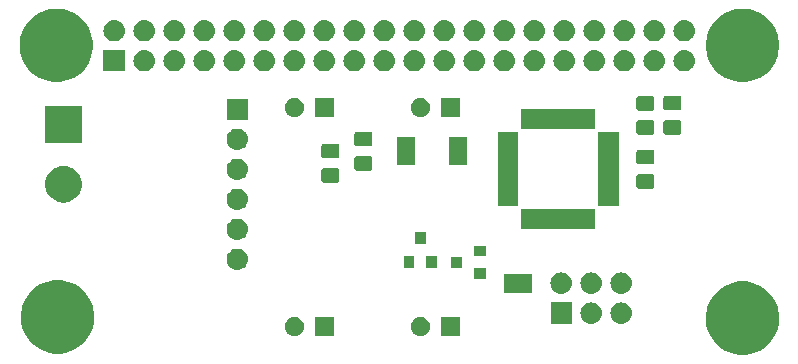
<source format=gbs>
G04 #@! TF.GenerationSoftware,KiCad,Pcbnew,5.1.2*
G04 #@! TF.CreationDate,2019-05-31T13:26:26+02:00*
G04 #@! TF.ProjectId,solarcampi,736f6c61-7263-4616-9d70-692e6b696361,1.0.8*
G04 #@! TF.SameCoordinates,Original*
G04 #@! TF.FileFunction,Soldermask,Bot*
G04 #@! TF.FilePolarity,Negative*
%FSLAX46Y46*%
G04 Gerber Fmt 4.6, Leading zero omitted, Abs format (unit mm)*
G04 Created by KiCad (PCBNEW 5.1.2) date 2019-05-31 13:26:26*
%MOMM*%
%LPD*%
G04 APERTURE LIST*
%ADD10C,0.100000*%
G04 APERTURE END LIST*
D10*
G36*
X112204780Y-72559565D02*
G01*
X112504237Y-72619131D01*
X113068401Y-72852815D01*
X113576135Y-73192072D01*
X114007928Y-73623865D01*
X114347185Y-74131599D01*
X114580869Y-74695763D01*
X114608029Y-74832305D01*
X114700000Y-75294675D01*
X114700000Y-75905325D01*
X114664187Y-76085367D01*
X114580869Y-76504237D01*
X114347185Y-77068401D01*
X114007928Y-77576135D01*
X113576135Y-78007928D01*
X113068401Y-78347185D01*
X112504237Y-78580869D01*
X112204780Y-78640434D01*
X111905325Y-78700000D01*
X111294675Y-78700000D01*
X110995220Y-78640434D01*
X110695763Y-78580869D01*
X110131599Y-78347185D01*
X109623865Y-78007928D01*
X109192072Y-77576135D01*
X108852815Y-77068401D01*
X108619131Y-76504237D01*
X108535813Y-76085367D01*
X108500000Y-75905325D01*
X108500000Y-75294675D01*
X108591971Y-74832305D01*
X108619131Y-74695763D01*
X108852815Y-74131599D01*
X109192072Y-73623865D01*
X109623865Y-73192072D01*
X110131599Y-72852815D01*
X110695763Y-72619131D01*
X110995220Y-72559565D01*
X111294675Y-72500000D01*
X111905325Y-72500000D01*
X112204780Y-72559565D01*
X112204780Y-72559565D01*
G37*
G36*
X54204780Y-72459566D02*
G01*
X54504237Y-72519131D01*
X55068401Y-72752815D01*
X55576135Y-73092072D01*
X56007928Y-73523865D01*
X56347185Y-74031599D01*
X56580869Y-74595763D01*
X56627920Y-74832304D01*
X56700000Y-75194675D01*
X56700000Y-75805325D01*
X56672833Y-75941900D01*
X56580869Y-76404237D01*
X56347185Y-76968401D01*
X56007928Y-77476135D01*
X55576135Y-77907928D01*
X55068401Y-78247185D01*
X54504237Y-78480869D01*
X54204780Y-78540434D01*
X53905325Y-78600000D01*
X53294675Y-78600000D01*
X52995220Y-78540434D01*
X52695763Y-78480869D01*
X52131599Y-78247185D01*
X51623865Y-77907928D01*
X51192072Y-77476135D01*
X50852815Y-76968401D01*
X50619131Y-76404237D01*
X50527167Y-75941900D01*
X50500000Y-75805325D01*
X50500000Y-75194675D01*
X50572080Y-74832304D01*
X50619131Y-74595763D01*
X50852815Y-74031599D01*
X51192072Y-73523865D01*
X51623865Y-73092072D01*
X52131599Y-72752815D01*
X52695763Y-72519131D01*
X52995220Y-72459566D01*
X53294675Y-72400000D01*
X53905325Y-72400000D01*
X54204780Y-72459566D01*
X54204780Y-72459566D01*
G37*
G36*
X87681000Y-77140000D02*
G01*
X86055000Y-77140000D01*
X86055000Y-75514000D01*
X87681000Y-75514000D01*
X87681000Y-77140000D01*
X87681000Y-77140000D01*
G37*
G36*
X77013000Y-77140000D02*
G01*
X75387000Y-77140000D01*
X75387000Y-75514000D01*
X77013000Y-75514000D01*
X77013000Y-77140000D01*
X77013000Y-77140000D01*
G37*
G36*
X84565142Y-75545242D02*
G01*
X84713101Y-75606529D01*
X84846255Y-75695499D01*
X84959501Y-75808745D01*
X85048471Y-75941899D01*
X85109758Y-76089858D01*
X85141000Y-76246925D01*
X85141000Y-76407075D01*
X85109758Y-76564142D01*
X85048471Y-76712101D01*
X84959501Y-76845255D01*
X84846255Y-76958501D01*
X84713101Y-77047471D01*
X84565142Y-77108758D01*
X84408075Y-77140000D01*
X84247925Y-77140000D01*
X84090858Y-77108758D01*
X83942899Y-77047471D01*
X83809745Y-76958501D01*
X83696499Y-76845255D01*
X83607529Y-76712101D01*
X83546242Y-76564142D01*
X83515000Y-76407075D01*
X83515000Y-76246925D01*
X83546242Y-76089858D01*
X83607529Y-75941899D01*
X83696499Y-75808745D01*
X83809745Y-75695499D01*
X83942899Y-75606529D01*
X84090858Y-75545242D01*
X84247925Y-75514000D01*
X84408075Y-75514000D01*
X84565142Y-75545242D01*
X84565142Y-75545242D01*
G37*
G36*
X73897142Y-75545242D02*
G01*
X74045101Y-75606529D01*
X74178255Y-75695499D01*
X74291501Y-75808745D01*
X74380471Y-75941899D01*
X74441758Y-76089858D01*
X74473000Y-76246925D01*
X74473000Y-76407075D01*
X74441758Y-76564142D01*
X74380471Y-76712101D01*
X74291501Y-76845255D01*
X74178255Y-76958501D01*
X74045101Y-77047471D01*
X73897142Y-77108758D01*
X73740075Y-77140000D01*
X73579925Y-77140000D01*
X73422858Y-77108758D01*
X73274899Y-77047471D01*
X73141745Y-76958501D01*
X73028499Y-76845255D01*
X72939529Y-76712101D01*
X72878242Y-76564142D01*
X72847000Y-76407075D01*
X72847000Y-76246925D01*
X72878242Y-76089858D01*
X72939529Y-75941899D01*
X73028499Y-75808745D01*
X73141745Y-75695499D01*
X73274899Y-75606529D01*
X73422858Y-75545242D01*
X73579925Y-75514000D01*
X73740075Y-75514000D01*
X73897142Y-75545242D01*
X73897142Y-75545242D01*
G37*
G36*
X98985294Y-74282633D02*
G01*
X99157695Y-74334931D01*
X99316583Y-74419858D01*
X99455849Y-74534151D01*
X99570142Y-74673417D01*
X99655069Y-74832305D01*
X99707367Y-75004706D01*
X99725025Y-75184000D01*
X99707367Y-75363294D01*
X99655069Y-75535695D01*
X99570142Y-75694583D01*
X99455849Y-75833849D01*
X99316583Y-75948142D01*
X99157695Y-76033069D01*
X98985294Y-76085367D01*
X98850931Y-76098600D01*
X98761069Y-76098600D01*
X98626706Y-76085367D01*
X98454305Y-76033069D01*
X98295417Y-75948142D01*
X98156151Y-75833849D01*
X98041858Y-75694583D01*
X97956931Y-75535695D01*
X97904633Y-75363294D01*
X97886975Y-75184000D01*
X97904633Y-75004706D01*
X97956931Y-74832305D01*
X98041858Y-74673417D01*
X98156151Y-74534151D01*
X98295417Y-74419858D01*
X98454305Y-74334931D01*
X98626706Y-74282633D01*
X98761069Y-74269400D01*
X98850931Y-74269400D01*
X98985294Y-74282633D01*
X98985294Y-74282633D01*
G37*
G36*
X97180600Y-76098600D02*
G01*
X95351400Y-76098600D01*
X95351400Y-74269400D01*
X97180600Y-74269400D01*
X97180600Y-76098600D01*
X97180600Y-76098600D01*
G37*
G36*
X101525294Y-74282633D02*
G01*
X101697695Y-74334931D01*
X101856583Y-74419858D01*
X101995849Y-74534151D01*
X102110142Y-74673417D01*
X102195069Y-74832305D01*
X102247367Y-75004706D01*
X102265025Y-75184000D01*
X102247367Y-75363294D01*
X102195069Y-75535695D01*
X102110142Y-75694583D01*
X101995849Y-75833849D01*
X101856583Y-75948142D01*
X101697695Y-76033069D01*
X101525294Y-76085367D01*
X101390931Y-76098600D01*
X101301069Y-76098600D01*
X101166706Y-76085367D01*
X100994305Y-76033069D01*
X100835417Y-75948142D01*
X100696151Y-75833849D01*
X100581858Y-75694583D01*
X100496931Y-75535695D01*
X100444633Y-75363294D01*
X100426975Y-75184000D01*
X100444633Y-75004706D01*
X100496931Y-74832305D01*
X100581858Y-74673417D01*
X100696151Y-74534151D01*
X100835417Y-74419858D01*
X100994305Y-74334931D01*
X101166706Y-74282633D01*
X101301069Y-74269400D01*
X101390931Y-74269400D01*
X101525294Y-74282633D01*
X101525294Y-74282633D01*
G37*
G36*
X101525294Y-71742633D02*
G01*
X101697695Y-71794931D01*
X101856583Y-71879858D01*
X101995849Y-71994151D01*
X102110142Y-72133417D01*
X102195069Y-72292305D01*
X102247367Y-72464706D01*
X102265025Y-72644000D01*
X102247367Y-72823294D01*
X102195069Y-72995695D01*
X102110142Y-73154583D01*
X101995849Y-73293849D01*
X101856583Y-73408142D01*
X101697695Y-73493069D01*
X101525294Y-73545367D01*
X101390931Y-73558600D01*
X101301069Y-73558600D01*
X101166706Y-73545367D01*
X100994305Y-73493069D01*
X100835417Y-73408142D01*
X100696151Y-73293849D01*
X100581858Y-73154583D01*
X100496931Y-72995695D01*
X100444633Y-72823294D01*
X100426975Y-72644000D01*
X100444633Y-72464706D01*
X100496931Y-72292305D01*
X100581858Y-72133417D01*
X100696151Y-71994151D01*
X100835417Y-71879858D01*
X100994305Y-71794931D01*
X101166706Y-71742633D01*
X101301069Y-71729400D01*
X101390931Y-71729400D01*
X101525294Y-71742633D01*
X101525294Y-71742633D01*
G37*
G36*
X98985294Y-71742633D02*
G01*
X99157695Y-71794931D01*
X99316583Y-71879858D01*
X99455849Y-71994151D01*
X99570142Y-72133417D01*
X99655069Y-72292305D01*
X99707367Y-72464706D01*
X99725025Y-72644000D01*
X99707367Y-72823294D01*
X99655069Y-72995695D01*
X99570142Y-73154583D01*
X99455849Y-73293849D01*
X99316583Y-73408142D01*
X99157695Y-73493069D01*
X98985294Y-73545367D01*
X98850931Y-73558600D01*
X98761069Y-73558600D01*
X98626706Y-73545367D01*
X98454305Y-73493069D01*
X98295417Y-73408142D01*
X98156151Y-73293849D01*
X98041858Y-73154583D01*
X97956931Y-72995695D01*
X97904633Y-72823294D01*
X97886975Y-72644000D01*
X97904633Y-72464706D01*
X97956931Y-72292305D01*
X98041858Y-72133417D01*
X98156151Y-71994151D01*
X98295417Y-71879858D01*
X98454305Y-71794931D01*
X98626706Y-71742633D01*
X98761069Y-71729400D01*
X98850931Y-71729400D01*
X98985294Y-71742633D01*
X98985294Y-71742633D01*
G37*
G36*
X96445294Y-71742633D02*
G01*
X96617695Y-71794931D01*
X96776583Y-71879858D01*
X96915849Y-71994151D01*
X97030142Y-72133417D01*
X97115069Y-72292305D01*
X97167367Y-72464706D01*
X97185025Y-72644000D01*
X97167367Y-72823294D01*
X97115069Y-72995695D01*
X97030142Y-73154583D01*
X96915849Y-73293849D01*
X96776583Y-73408142D01*
X96617695Y-73493069D01*
X96445294Y-73545367D01*
X96310931Y-73558600D01*
X96221069Y-73558600D01*
X96086706Y-73545367D01*
X95914305Y-73493069D01*
X95755417Y-73408142D01*
X95616151Y-73293849D01*
X95501858Y-73154583D01*
X95416931Y-72995695D01*
X95364633Y-72823294D01*
X95346975Y-72644000D01*
X95364633Y-72464706D01*
X95416931Y-72292305D01*
X95501858Y-72133417D01*
X95616151Y-71994151D01*
X95755417Y-71879858D01*
X95914305Y-71794931D01*
X96086706Y-71742633D01*
X96221069Y-71729400D01*
X96310931Y-71729400D01*
X96445294Y-71742633D01*
X96445294Y-71742633D01*
G37*
G36*
X93799000Y-73445000D02*
G01*
X91397000Y-73445000D01*
X91397000Y-71843000D01*
X93799000Y-71843000D01*
X93799000Y-73445000D01*
X93799000Y-73445000D01*
G37*
G36*
X89893000Y-72267000D02*
G01*
X88891000Y-72267000D01*
X88891000Y-71365000D01*
X89893000Y-71365000D01*
X89893000Y-72267000D01*
X89893000Y-72267000D01*
G37*
G36*
X68944442Y-69717518D02*
G01*
X69010627Y-69724037D01*
X69180466Y-69775557D01*
X69336991Y-69859222D01*
X69372729Y-69888552D01*
X69474186Y-69971814D01*
X69557448Y-70073271D01*
X69586778Y-70109009D01*
X69670443Y-70265534D01*
X69721963Y-70435373D01*
X69739359Y-70612000D01*
X69721963Y-70788627D01*
X69670443Y-70958466D01*
X69586778Y-71114991D01*
X69557448Y-71150729D01*
X69474186Y-71252186D01*
X69372729Y-71335448D01*
X69336991Y-71364778D01*
X69180466Y-71448443D01*
X69010627Y-71499963D01*
X68944443Y-71506481D01*
X68878260Y-71513000D01*
X68789740Y-71513000D01*
X68723557Y-71506481D01*
X68657373Y-71499963D01*
X68487534Y-71448443D01*
X68331009Y-71364778D01*
X68295271Y-71335448D01*
X68193814Y-71252186D01*
X68110552Y-71150729D01*
X68081222Y-71114991D01*
X67997557Y-70958466D01*
X67946037Y-70788627D01*
X67928641Y-70612000D01*
X67946037Y-70435373D01*
X67997557Y-70265534D01*
X68081222Y-70109009D01*
X68110552Y-70073271D01*
X68193814Y-69971814D01*
X68295271Y-69888552D01*
X68331009Y-69859222D01*
X68487534Y-69775557D01*
X68657373Y-69724037D01*
X68723558Y-69717518D01*
X68789740Y-69711000D01*
X68878260Y-69711000D01*
X68944442Y-69717518D01*
X68944442Y-69717518D01*
G37*
G36*
X85729000Y-71351000D02*
G01*
X84827000Y-71351000D01*
X84827000Y-70349000D01*
X85729000Y-70349000D01*
X85729000Y-71351000D01*
X85729000Y-71351000D01*
G37*
G36*
X83829000Y-71351000D02*
G01*
X82927000Y-71351000D01*
X82927000Y-70349000D01*
X83829000Y-70349000D01*
X83829000Y-71351000D01*
X83829000Y-71351000D01*
G37*
G36*
X87893000Y-71317000D02*
G01*
X86891000Y-71317000D01*
X86891000Y-70415000D01*
X87893000Y-70415000D01*
X87893000Y-71317000D01*
X87893000Y-71317000D01*
G37*
G36*
X89893000Y-70367000D02*
G01*
X88891000Y-70367000D01*
X88891000Y-69465000D01*
X89893000Y-69465000D01*
X89893000Y-70367000D01*
X89893000Y-70367000D01*
G37*
G36*
X84779000Y-69351000D02*
G01*
X83877000Y-69351000D01*
X83877000Y-68349000D01*
X84779000Y-68349000D01*
X84779000Y-69351000D01*
X84779000Y-69351000D01*
G37*
G36*
X68944442Y-67177518D02*
G01*
X69010627Y-67184037D01*
X69180466Y-67235557D01*
X69336991Y-67319222D01*
X69372729Y-67348552D01*
X69474186Y-67431814D01*
X69557448Y-67533271D01*
X69586778Y-67569009D01*
X69670443Y-67725534D01*
X69721963Y-67895373D01*
X69739359Y-68072000D01*
X69721963Y-68248627D01*
X69670443Y-68418466D01*
X69586778Y-68574991D01*
X69557448Y-68610729D01*
X69474186Y-68712186D01*
X69372729Y-68795448D01*
X69336991Y-68824778D01*
X69180466Y-68908443D01*
X69010627Y-68959963D01*
X68944442Y-68966482D01*
X68878260Y-68973000D01*
X68789740Y-68973000D01*
X68723558Y-68966482D01*
X68657373Y-68959963D01*
X68487534Y-68908443D01*
X68331009Y-68824778D01*
X68295271Y-68795448D01*
X68193814Y-68712186D01*
X68110552Y-68610729D01*
X68081222Y-68574991D01*
X67997557Y-68418466D01*
X67946037Y-68248627D01*
X67928641Y-68072000D01*
X67946037Y-67895373D01*
X67997557Y-67725534D01*
X68081222Y-67569009D01*
X68110552Y-67533271D01*
X68193814Y-67431814D01*
X68295271Y-67348552D01*
X68331009Y-67319222D01*
X68487534Y-67235557D01*
X68657373Y-67184037D01*
X68723558Y-67177518D01*
X68789740Y-67171000D01*
X68878260Y-67171000D01*
X68944442Y-67177518D01*
X68944442Y-67177518D01*
G37*
G36*
X99138000Y-68093000D02*
G01*
X92886000Y-68093000D01*
X92886000Y-66391000D01*
X99138000Y-66391000D01*
X99138000Y-68093000D01*
X99138000Y-68093000D01*
G37*
G36*
X68944443Y-64637519D02*
G01*
X69010627Y-64644037D01*
X69180466Y-64695557D01*
X69336991Y-64779222D01*
X69372729Y-64808552D01*
X69474186Y-64891814D01*
X69557448Y-64993271D01*
X69586778Y-65029009D01*
X69670443Y-65185534D01*
X69721963Y-65355373D01*
X69739359Y-65532000D01*
X69721963Y-65708627D01*
X69670443Y-65878466D01*
X69586778Y-66034991D01*
X69557448Y-66070729D01*
X69474186Y-66172186D01*
X69372729Y-66255448D01*
X69336991Y-66284778D01*
X69180466Y-66368443D01*
X69010627Y-66419963D01*
X68944443Y-66426481D01*
X68878260Y-66433000D01*
X68789740Y-66433000D01*
X68723557Y-66426481D01*
X68657373Y-66419963D01*
X68487534Y-66368443D01*
X68331009Y-66284778D01*
X68295271Y-66255448D01*
X68193814Y-66172186D01*
X68110552Y-66070729D01*
X68081222Y-66034991D01*
X67997557Y-65878466D01*
X67946037Y-65708627D01*
X67928641Y-65532000D01*
X67946037Y-65355373D01*
X67997557Y-65185534D01*
X68081222Y-65029009D01*
X68110552Y-64993271D01*
X68193814Y-64891814D01*
X68295271Y-64808552D01*
X68331009Y-64779222D01*
X68487534Y-64695557D01*
X68657373Y-64644037D01*
X68723557Y-64637519D01*
X68789740Y-64631000D01*
X68878260Y-64631000D01*
X68944443Y-64637519D01*
X68944443Y-64637519D01*
G37*
G36*
X92613000Y-66118000D02*
G01*
X90911000Y-66118000D01*
X90911000Y-59866000D01*
X92613000Y-59866000D01*
X92613000Y-66118000D01*
X92613000Y-66118000D01*
G37*
G36*
X101113000Y-66118000D02*
G01*
X99411000Y-66118000D01*
X99411000Y-59866000D01*
X101113000Y-59866000D01*
X101113000Y-66118000D01*
X101113000Y-66118000D01*
G37*
G36*
X54404585Y-62740802D02*
G01*
X54554410Y-62770604D01*
X54836674Y-62887521D01*
X55090705Y-63057259D01*
X55306741Y-63273295D01*
X55476479Y-63527326D01*
X55593396Y-63809590D01*
X55653000Y-64109240D01*
X55653000Y-64414760D01*
X55593396Y-64714410D01*
X55476479Y-64996674D01*
X55306741Y-65250705D01*
X55090705Y-65466741D01*
X54836674Y-65636479D01*
X54554410Y-65753396D01*
X54404585Y-65783198D01*
X54254761Y-65813000D01*
X53949239Y-65813000D01*
X53799415Y-65783198D01*
X53649590Y-65753396D01*
X53367326Y-65636479D01*
X53113295Y-65466741D01*
X52897259Y-65250705D01*
X52727521Y-64996674D01*
X52610604Y-64714410D01*
X52551000Y-64414760D01*
X52551000Y-64109240D01*
X52610604Y-63809590D01*
X52727521Y-63527326D01*
X52897259Y-63273295D01*
X53113295Y-63057259D01*
X53367326Y-62887521D01*
X53649590Y-62770604D01*
X53799415Y-62740802D01*
X53949239Y-62711000D01*
X54254761Y-62711000D01*
X54404585Y-62740802D01*
X54404585Y-62740802D01*
G37*
G36*
X103966674Y-63395465D02*
G01*
X104004367Y-63406899D01*
X104039103Y-63425466D01*
X104069548Y-63450452D01*
X104094534Y-63480897D01*
X104113101Y-63515633D01*
X104124535Y-63553326D01*
X104129000Y-63598661D01*
X104129000Y-64435339D01*
X104124535Y-64480674D01*
X104113101Y-64518367D01*
X104094534Y-64553103D01*
X104069548Y-64583548D01*
X104039103Y-64608534D01*
X104004367Y-64627101D01*
X103966674Y-64638535D01*
X103921339Y-64643000D01*
X102834661Y-64643000D01*
X102789326Y-64638535D01*
X102751633Y-64627101D01*
X102716897Y-64608534D01*
X102686452Y-64583548D01*
X102661466Y-64553103D01*
X102642899Y-64518367D01*
X102631465Y-64480674D01*
X102627000Y-64435339D01*
X102627000Y-63598661D01*
X102631465Y-63553326D01*
X102642899Y-63515633D01*
X102661466Y-63480897D01*
X102686452Y-63450452D01*
X102716897Y-63425466D01*
X102751633Y-63406899D01*
X102789326Y-63395465D01*
X102834661Y-63391000D01*
X103921339Y-63391000D01*
X103966674Y-63395465D01*
X103966674Y-63395465D01*
G37*
G36*
X77296674Y-62887465D02*
G01*
X77334367Y-62898899D01*
X77369103Y-62917466D01*
X77399548Y-62942452D01*
X77424534Y-62972897D01*
X77443101Y-63007633D01*
X77454535Y-63045326D01*
X77459000Y-63090661D01*
X77459000Y-63927339D01*
X77454535Y-63972674D01*
X77443101Y-64010367D01*
X77424534Y-64045103D01*
X77399548Y-64075548D01*
X77369103Y-64100534D01*
X77334367Y-64119101D01*
X77296674Y-64130535D01*
X77251339Y-64135000D01*
X76164661Y-64135000D01*
X76119326Y-64130535D01*
X76081633Y-64119101D01*
X76046897Y-64100534D01*
X76016452Y-64075548D01*
X75991466Y-64045103D01*
X75972899Y-64010367D01*
X75961465Y-63972674D01*
X75957000Y-63927339D01*
X75957000Y-63090661D01*
X75961465Y-63045326D01*
X75972899Y-63007633D01*
X75991466Y-62972897D01*
X76016452Y-62942452D01*
X76046897Y-62917466D01*
X76081633Y-62898899D01*
X76119326Y-62887465D01*
X76164661Y-62883000D01*
X77251339Y-62883000D01*
X77296674Y-62887465D01*
X77296674Y-62887465D01*
G37*
G36*
X68944443Y-62097519D02*
G01*
X69010627Y-62104037D01*
X69180466Y-62155557D01*
X69336991Y-62239222D01*
X69369620Y-62266000D01*
X69474186Y-62351814D01*
X69557448Y-62453271D01*
X69586778Y-62489009D01*
X69670443Y-62645534D01*
X69721963Y-62815373D01*
X69739359Y-62992000D01*
X69721963Y-63168627D01*
X69670443Y-63338466D01*
X69586778Y-63494991D01*
X69557448Y-63530729D01*
X69474186Y-63632186D01*
X69372729Y-63715448D01*
X69336991Y-63744778D01*
X69180466Y-63828443D01*
X69010627Y-63879963D01*
X68944442Y-63886482D01*
X68878260Y-63893000D01*
X68789740Y-63893000D01*
X68723558Y-63886482D01*
X68657373Y-63879963D01*
X68487534Y-63828443D01*
X68331009Y-63744778D01*
X68295271Y-63715448D01*
X68193814Y-63632186D01*
X68110552Y-63530729D01*
X68081222Y-63494991D01*
X67997557Y-63338466D01*
X67946037Y-63168627D01*
X67928641Y-62992000D01*
X67946037Y-62815373D01*
X67997557Y-62645534D01*
X68081222Y-62489009D01*
X68110552Y-62453271D01*
X68193814Y-62351814D01*
X68298380Y-62266000D01*
X68331009Y-62239222D01*
X68487534Y-62155557D01*
X68657373Y-62104037D01*
X68723557Y-62097519D01*
X68789740Y-62091000D01*
X68878260Y-62091000D01*
X68944443Y-62097519D01*
X68944443Y-62097519D01*
G37*
G36*
X80090674Y-61871465D02*
G01*
X80128367Y-61882899D01*
X80163103Y-61901466D01*
X80193548Y-61926452D01*
X80218534Y-61956897D01*
X80237101Y-61991633D01*
X80248535Y-62029326D01*
X80253000Y-62074661D01*
X80253000Y-62911339D01*
X80248535Y-62956674D01*
X80237101Y-62994367D01*
X80218534Y-63029103D01*
X80193548Y-63059548D01*
X80163103Y-63084534D01*
X80128367Y-63103101D01*
X80090674Y-63114535D01*
X80045339Y-63119000D01*
X78958661Y-63119000D01*
X78913326Y-63114535D01*
X78875633Y-63103101D01*
X78840897Y-63084534D01*
X78810452Y-63059548D01*
X78785466Y-63029103D01*
X78766899Y-62994367D01*
X78755465Y-62956674D01*
X78751000Y-62911339D01*
X78751000Y-62074661D01*
X78755465Y-62029326D01*
X78766899Y-61991633D01*
X78785466Y-61956897D01*
X78810452Y-61926452D01*
X78840897Y-61901466D01*
X78875633Y-61882899D01*
X78913326Y-61871465D01*
X78958661Y-61867000D01*
X80045339Y-61867000D01*
X80090674Y-61871465D01*
X80090674Y-61871465D01*
G37*
G36*
X88295000Y-62669000D02*
G01*
X86793000Y-62669000D01*
X86793000Y-60267000D01*
X88295000Y-60267000D01*
X88295000Y-62669000D01*
X88295000Y-62669000D01*
G37*
G36*
X83895000Y-62669000D02*
G01*
X82393000Y-62669000D01*
X82393000Y-60267000D01*
X83895000Y-60267000D01*
X83895000Y-62669000D01*
X83895000Y-62669000D01*
G37*
G36*
X103966674Y-61345465D02*
G01*
X104004367Y-61356899D01*
X104039103Y-61375466D01*
X104069548Y-61400452D01*
X104094534Y-61430897D01*
X104113101Y-61465633D01*
X104124535Y-61503326D01*
X104129000Y-61548661D01*
X104129000Y-62385339D01*
X104124535Y-62430674D01*
X104113101Y-62468367D01*
X104094534Y-62503103D01*
X104069548Y-62533548D01*
X104039103Y-62558534D01*
X104004367Y-62577101D01*
X103966674Y-62588535D01*
X103921339Y-62593000D01*
X102834661Y-62593000D01*
X102789326Y-62588535D01*
X102751633Y-62577101D01*
X102716897Y-62558534D01*
X102686452Y-62533548D01*
X102661466Y-62503103D01*
X102642899Y-62468367D01*
X102631465Y-62430674D01*
X102627000Y-62385339D01*
X102627000Y-61548661D01*
X102631465Y-61503326D01*
X102642899Y-61465633D01*
X102661466Y-61430897D01*
X102686452Y-61400452D01*
X102716897Y-61375466D01*
X102751633Y-61356899D01*
X102789326Y-61345465D01*
X102834661Y-61341000D01*
X103921339Y-61341000D01*
X103966674Y-61345465D01*
X103966674Y-61345465D01*
G37*
G36*
X77296674Y-60837465D02*
G01*
X77334367Y-60848899D01*
X77369103Y-60867466D01*
X77399548Y-60892452D01*
X77424534Y-60922897D01*
X77443101Y-60957633D01*
X77454535Y-60995326D01*
X77459000Y-61040661D01*
X77459000Y-61877339D01*
X77454535Y-61922674D01*
X77443101Y-61960367D01*
X77424534Y-61995103D01*
X77399548Y-62025548D01*
X77369103Y-62050534D01*
X77334367Y-62069101D01*
X77296674Y-62080535D01*
X77251339Y-62085000D01*
X76164661Y-62085000D01*
X76119326Y-62080535D01*
X76081633Y-62069101D01*
X76046897Y-62050534D01*
X76016452Y-62025548D01*
X75991466Y-61995103D01*
X75972899Y-61960367D01*
X75961465Y-61922674D01*
X75957000Y-61877339D01*
X75957000Y-61040661D01*
X75961465Y-60995326D01*
X75972899Y-60957633D01*
X75991466Y-60922897D01*
X76016452Y-60892452D01*
X76046897Y-60867466D01*
X76081633Y-60848899D01*
X76119326Y-60837465D01*
X76164661Y-60833000D01*
X77251339Y-60833000D01*
X77296674Y-60837465D01*
X77296674Y-60837465D01*
G37*
G36*
X68944443Y-59557519D02*
G01*
X69010627Y-59564037D01*
X69180466Y-59615557D01*
X69336991Y-59699222D01*
X69372729Y-59728552D01*
X69474186Y-59811814D01*
X69527232Y-59876452D01*
X69586778Y-59949009D01*
X69670443Y-60105534D01*
X69721963Y-60275373D01*
X69739359Y-60452000D01*
X69721963Y-60628627D01*
X69670443Y-60798466D01*
X69586778Y-60954991D01*
X69558636Y-60989282D01*
X69474186Y-61092186D01*
X69380586Y-61169000D01*
X69336991Y-61204778D01*
X69180466Y-61288443D01*
X69010627Y-61339963D01*
X68954763Y-61345465D01*
X68878260Y-61353000D01*
X68789740Y-61353000D01*
X68713237Y-61345465D01*
X68657373Y-61339963D01*
X68487534Y-61288443D01*
X68331009Y-61204778D01*
X68287414Y-61169000D01*
X68193814Y-61092186D01*
X68109364Y-60989282D01*
X68081222Y-60954991D01*
X67997557Y-60798466D01*
X67946037Y-60628627D01*
X67928641Y-60452000D01*
X67946037Y-60275373D01*
X67997557Y-60105534D01*
X68081222Y-59949009D01*
X68140768Y-59876452D01*
X68193814Y-59811814D01*
X68295271Y-59728552D01*
X68331009Y-59699222D01*
X68487534Y-59615557D01*
X68657373Y-59564037D01*
X68723557Y-59557519D01*
X68789740Y-59551000D01*
X68878260Y-59551000D01*
X68944443Y-59557519D01*
X68944443Y-59557519D01*
G37*
G36*
X80090674Y-59821465D02*
G01*
X80128367Y-59832899D01*
X80163103Y-59851466D01*
X80193548Y-59876452D01*
X80218534Y-59906897D01*
X80237101Y-59941633D01*
X80248535Y-59979326D01*
X80253000Y-60024661D01*
X80253000Y-60861339D01*
X80248535Y-60906674D01*
X80237101Y-60944367D01*
X80218534Y-60979103D01*
X80193548Y-61009548D01*
X80163103Y-61034534D01*
X80128367Y-61053101D01*
X80090674Y-61064535D01*
X80045339Y-61069000D01*
X78958661Y-61069000D01*
X78913326Y-61064535D01*
X78875633Y-61053101D01*
X78840897Y-61034534D01*
X78810452Y-61009548D01*
X78785466Y-60979103D01*
X78766899Y-60944367D01*
X78755465Y-60906674D01*
X78751000Y-60861339D01*
X78751000Y-60024661D01*
X78755465Y-59979326D01*
X78766899Y-59941633D01*
X78785466Y-59906897D01*
X78810452Y-59876452D01*
X78840897Y-59851466D01*
X78875633Y-59832899D01*
X78913326Y-59821465D01*
X78958661Y-59817000D01*
X80045339Y-59817000D01*
X80090674Y-59821465D01*
X80090674Y-59821465D01*
G37*
G36*
X55653000Y-60733000D02*
G01*
X52551000Y-60733000D01*
X52551000Y-57631000D01*
X55653000Y-57631000D01*
X55653000Y-60733000D01*
X55653000Y-60733000D01*
G37*
G36*
X103966674Y-58832465D02*
G01*
X104004367Y-58843899D01*
X104039103Y-58862466D01*
X104069548Y-58887452D01*
X104094534Y-58917897D01*
X104113101Y-58952633D01*
X104124535Y-58990326D01*
X104129000Y-59035661D01*
X104129000Y-59872339D01*
X104124535Y-59917674D01*
X104113101Y-59955367D01*
X104094534Y-59990103D01*
X104069548Y-60020548D01*
X104039103Y-60045534D01*
X104004367Y-60064101D01*
X103966674Y-60075535D01*
X103921339Y-60080000D01*
X102834661Y-60080000D01*
X102789326Y-60075535D01*
X102751633Y-60064101D01*
X102716897Y-60045534D01*
X102686452Y-60020548D01*
X102661466Y-59990103D01*
X102642899Y-59955367D01*
X102631465Y-59917674D01*
X102627000Y-59872339D01*
X102627000Y-59035661D01*
X102631465Y-58990326D01*
X102642899Y-58952633D01*
X102661466Y-58917897D01*
X102686452Y-58887452D01*
X102716897Y-58862466D01*
X102751633Y-58843899D01*
X102789326Y-58832465D01*
X102834661Y-58828000D01*
X103921339Y-58828000D01*
X103966674Y-58832465D01*
X103966674Y-58832465D01*
G37*
G36*
X106252674Y-58823465D02*
G01*
X106290367Y-58834899D01*
X106325103Y-58853466D01*
X106355548Y-58878452D01*
X106380534Y-58908897D01*
X106399101Y-58943633D01*
X106410535Y-58981326D01*
X106415000Y-59026661D01*
X106415000Y-59863339D01*
X106410535Y-59908674D01*
X106399101Y-59946367D01*
X106380534Y-59981103D01*
X106355548Y-60011548D01*
X106325103Y-60036534D01*
X106290367Y-60055101D01*
X106252674Y-60066535D01*
X106207339Y-60071000D01*
X105120661Y-60071000D01*
X105075326Y-60066535D01*
X105037633Y-60055101D01*
X105002897Y-60036534D01*
X104972452Y-60011548D01*
X104947466Y-59981103D01*
X104928899Y-59946367D01*
X104917465Y-59908674D01*
X104913000Y-59863339D01*
X104913000Y-59026661D01*
X104917465Y-58981326D01*
X104928899Y-58943633D01*
X104947466Y-58908897D01*
X104972452Y-58878452D01*
X105002897Y-58853466D01*
X105037633Y-58834899D01*
X105075326Y-58823465D01*
X105120661Y-58819000D01*
X106207339Y-58819000D01*
X106252674Y-58823465D01*
X106252674Y-58823465D01*
G37*
G36*
X99138000Y-59593000D02*
G01*
X92886000Y-59593000D01*
X92886000Y-57891000D01*
X99138000Y-57891000D01*
X99138000Y-59593000D01*
X99138000Y-59593000D01*
G37*
G36*
X69735000Y-58813000D02*
G01*
X67933000Y-58813000D01*
X67933000Y-57011000D01*
X69735000Y-57011000D01*
X69735000Y-58813000D01*
X69735000Y-58813000D01*
G37*
G36*
X77013000Y-58598000D02*
G01*
X75387000Y-58598000D01*
X75387000Y-56972000D01*
X77013000Y-56972000D01*
X77013000Y-58598000D01*
X77013000Y-58598000D01*
G37*
G36*
X87681000Y-58598000D02*
G01*
X86055000Y-58598000D01*
X86055000Y-56972000D01*
X87681000Y-56972000D01*
X87681000Y-58598000D01*
X87681000Y-58598000D01*
G37*
G36*
X73897142Y-57003242D02*
G01*
X74045101Y-57064529D01*
X74178255Y-57153499D01*
X74291501Y-57266745D01*
X74380471Y-57399899D01*
X74441758Y-57547858D01*
X74473000Y-57704925D01*
X74473000Y-57865075D01*
X74441758Y-58022142D01*
X74380471Y-58170101D01*
X74291501Y-58303255D01*
X74178255Y-58416501D01*
X74045101Y-58505471D01*
X73897142Y-58566758D01*
X73740075Y-58598000D01*
X73579925Y-58598000D01*
X73422858Y-58566758D01*
X73274899Y-58505471D01*
X73141745Y-58416501D01*
X73028499Y-58303255D01*
X72939529Y-58170101D01*
X72878242Y-58022142D01*
X72847000Y-57865075D01*
X72847000Y-57704925D01*
X72878242Y-57547858D01*
X72939529Y-57399899D01*
X73028499Y-57266745D01*
X73141745Y-57153499D01*
X73274899Y-57064529D01*
X73422858Y-57003242D01*
X73579925Y-56972000D01*
X73740075Y-56972000D01*
X73897142Y-57003242D01*
X73897142Y-57003242D01*
G37*
G36*
X84565142Y-57003242D02*
G01*
X84713101Y-57064529D01*
X84846255Y-57153499D01*
X84959501Y-57266745D01*
X85048471Y-57399899D01*
X85109758Y-57547858D01*
X85141000Y-57704925D01*
X85141000Y-57865075D01*
X85109758Y-58022142D01*
X85048471Y-58170101D01*
X84959501Y-58303255D01*
X84846255Y-58416501D01*
X84713101Y-58505471D01*
X84565142Y-58566758D01*
X84408075Y-58598000D01*
X84247925Y-58598000D01*
X84090858Y-58566758D01*
X83942899Y-58505471D01*
X83809745Y-58416501D01*
X83696499Y-58303255D01*
X83607529Y-58170101D01*
X83546242Y-58022142D01*
X83515000Y-57865075D01*
X83515000Y-57704925D01*
X83546242Y-57547858D01*
X83607529Y-57399899D01*
X83696499Y-57266745D01*
X83809745Y-57153499D01*
X83942899Y-57064529D01*
X84090858Y-57003242D01*
X84247925Y-56972000D01*
X84408075Y-56972000D01*
X84565142Y-57003242D01*
X84565142Y-57003242D01*
G37*
G36*
X103966674Y-56782465D02*
G01*
X104004367Y-56793899D01*
X104039103Y-56812466D01*
X104069548Y-56837452D01*
X104094534Y-56867897D01*
X104113101Y-56902633D01*
X104124535Y-56940326D01*
X104129000Y-56985661D01*
X104129000Y-57822339D01*
X104124535Y-57867674D01*
X104113101Y-57905367D01*
X104094534Y-57940103D01*
X104069548Y-57970548D01*
X104039103Y-57995534D01*
X104004367Y-58014101D01*
X103966674Y-58025535D01*
X103921339Y-58030000D01*
X102834661Y-58030000D01*
X102789326Y-58025535D01*
X102751633Y-58014101D01*
X102716897Y-57995534D01*
X102686452Y-57970548D01*
X102661466Y-57940103D01*
X102642899Y-57905367D01*
X102631465Y-57867674D01*
X102627000Y-57822339D01*
X102627000Y-56985661D01*
X102631465Y-56940326D01*
X102642899Y-56902633D01*
X102661466Y-56867897D01*
X102686452Y-56837452D01*
X102716897Y-56812466D01*
X102751633Y-56793899D01*
X102789326Y-56782465D01*
X102834661Y-56778000D01*
X103921339Y-56778000D01*
X103966674Y-56782465D01*
X103966674Y-56782465D01*
G37*
G36*
X106252674Y-56773465D02*
G01*
X106290367Y-56784899D01*
X106325103Y-56803466D01*
X106355548Y-56828452D01*
X106380534Y-56858897D01*
X106399101Y-56893633D01*
X106410535Y-56931326D01*
X106415000Y-56976661D01*
X106415000Y-57813339D01*
X106410535Y-57858674D01*
X106399101Y-57896367D01*
X106380534Y-57931103D01*
X106355548Y-57961548D01*
X106325103Y-57986534D01*
X106290367Y-58005101D01*
X106252674Y-58016535D01*
X106207339Y-58021000D01*
X105120661Y-58021000D01*
X105075326Y-58016535D01*
X105037633Y-58005101D01*
X105002897Y-57986534D01*
X104972452Y-57961548D01*
X104947466Y-57931103D01*
X104928899Y-57896367D01*
X104917465Y-57858674D01*
X104913000Y-57813339D01*
X104913000Y-56976661D01*
X104917465Y-56931326D01*
X104928899Y-56893633D01*
X104947466Y-56858897D01*
X104972452Y-56828452D01*
X105002897Y-56803466D01*
X105037633Y-56784899D01*
X105075326Y-56773465D01*
X105120661Y-56769000D01*
X106207339Y-56769000D01*
X106252674Y-56773465D01*
X106252674Y-56773465D01*
G37*
G36*
X112204780Y-49459566D02*
G01*
X112504237Y-49519131D01*
X113068401Y-49752815D01*
X113576135Y-50092072D01*
X114007928Y-50523865D01*
X114347185Y-51031599D01*
X114580869Y-51595763D01*
X114640434Y-51895220D01*
X114700000Y-52194675D01*
X114700000Y-52805325D01*
X114640434Y-53104780D01*
X114580869Y-53404237D01*
X114347185Y-53968401D01*
X114007928Y-54476135D01*
X113576135Y-54907928D01*
X113068401Y-55247185D01*
X112504237Y-55480869D01*
X112204780Y-55540434D01*
X111905325Y-55600000D01*
X111294675Y-55600000D01*
X110995220Y-55540434D01*
X110695763Y-55480869D01*
X110131599Y-55247185D01*
X109623865Y-54907928D01*
X109192072Y-54476135D01*
X108852815Y-53968401D01*
X108619131Y-53404237D01*
X108559566Y-53104780D01*
X108500000Y-52805325D01*
X108500000Y-52194675D01*
X108559566Y-51895220D01*
X108619131Y-51595763D01*
X108852815Y-51031599D01*
X109192072Y-50523865D01*
X109623865Y-50092072D01*
X110131599Y-49752815D01*
X110695763Y-49519131D01*
X110995220Y-49459566D01*
X111294675Y-49400000D01*
X111905325Y-49400000D01*
X112204780Y-49459566D01*
X112204780Y-49459566D01*
G37*
G36*
X54104780Y-49459566D02*
G01*
X54404237Y-49519131D01*
X54968401Y-49752815D01*
X55476135Y-50092072D01*
X55907928Y-50523865D01*
X56247185Y-51031599D01*
X56480869Y-51595763D01*
X56540435Y-51895220D01*
X56600000Y-52194675D01*
X56600000Y-52805325D01*
X56540434Y-53104780D01*
X56480869Y-53404237D01*
X56247185Y-53968401D01*
X55907928Y-54476135D01*
X55476135Y-54907928D01*
X54968401Y-55247185D01*
X54404237Y-55480869D01*
X54104780Y-55540434D01*
X53805325Y-55600000D01*
X53194675Y-55600000D01*
X52895220Y-55540434D01*
X52595763Y-55480869D01*
X52031599Y-55247185D01*
X51523865Y-54907928D01*
X51092072Y-54476135D01*
X50752815Y-53968401D01*
X50519131Y-53404237D01*
X50459566Y-53104780D01*
X50400000Y-52805325D01*
X50400000Y-52194675D01*
X50459565Y-51895220D01*
X50519131Y-51595763D01*
X50752815Y-51031599D01*
X51092072Y-50523865D01*
X51523865Y-50092072D01*
X52031599Y-49752815D01*
X52595763Y-49519131D01*
X52895220Y-49459566D01*
X53194675Y-49400000D01*
X53805325Y-49400000D01*
X54104780Y-49459566D01*
X54104780Y-49459566D01*
G37*
G36*
X104230443Y-52905519D02*
G01*
X104296627Y-52912037D01*
X104466466Y-52963557D01*
X104622991Y-53047222D01*
X104658729Y-53076552D01*
X104760186Y-53159814D01*
X104843448Y-53261271D01*
X104872778Y-53297009D01*
X104956443Y-53453534D01*
X105007963Y-53623373D01*
X105025359Y-53800000D01*
X105007963Y-53976627D01*
X104956443Y-54146466D01*
X104872778Y-54302991D01*
X104843448Y-54338729D01*
X104760186Y-54440186D01*
X104658729Y-54523448D01*
X104622991Y-54552778D01*
X104466466Y-54636443D01*
X104296627Y-54687963D01*
X104230443Y-54694481D01*
X104164260Y-54701000D01*
X104075740Y-54701000D01*
X104009557Y-54694481D01*
X103943373Y-54687963D01*
X103773534Y-54636443D01*
X103617009Y-54552778D01*
X103581271Y-54523448D01*
X103479814Y-54440186D01*
X103396552Y-54338729D01*
X103367222Y-54302991D01*
X103283557Y-54146466D01*
X103232037Y-53976627D01*
X103214641Y-53800000D01*
X103232037Y-53623373D01*
X103283557Y-53453534D01*
X103367222Y-53297009D01*
X103396552Y-53261271D01*
X103479814Y-53159814D01*
X103581271Y-53076552D01*
X103617009Y-53047222D01*
X103773534Y-52963557D01*
X103943373Y-52912037D01*
X104009557Y-52905519D01*
X104075740Y-52899000D01*
X104164260Y-52899000D01*
X104230443Y-52905519D01*
X104230443Y-52905519D01*
G37*
G36*
X96610443Y-52905519D02*
G01*
X96676627Y-52912037D01*
X96846466Y-52963557D01*
X97002991Y-53047222D01*
X97038729Y-53076552D01*
X97140186Y-53159814D01*
X97223448Y-53261271D01*
X97252778Y-53297009D01*
X97336443Y-53453534D01*
X97387963Y-53623373D01*
X97405359Y-53800000D01*
X97387963Y-53976627D01*
X97336443Y-54146466D01*
X97252778Y-54302991D01*
X97223448Y-54338729D01*
X97140186Y-54440186D01*
X97038729Y-54523448D01*
X97002991Y-54552778D01*
X96846466Y-54636443D01*
X96676627Y-54687963D01*
X96610443Y-54694481D01*
X96544260Y-54701000D01*
X96455740Y-54701000D01*
X96389557Y-54694481D01*
X96323373Y-54687963D01*
X96153534Y-54636443D01*
X95997009Y-54552778D01*
X95961271Y-54523448D01*
X95859814Y-54440186D01*
X95776552Y-54338729D01*
X95747222Y-54302991D01*
X95663557Y-54146466D01*
X95612037Y-53976627D01*
X95594641Y-53800000D01*
X95612037Y-53623373D01*
X95663557Y-53453534D01*
X95747222Y-53297009D01*
X95776552Y-53261271D01*
X95859814Y-53159814D01*
X95961271Y-53076552D01*
X95997009Y-53047222D01*
X96153534Y-52963557D01*
X96323373Y-52912037D01*
X96389557Y-52905519D01*
X96455740Y-52899000D01*
X96544260Y-52899000D01*
X96610443Y-52905519D01*
X96610443Y-52905519D01*
G37*
G36*
X99150443Y-52905519D02*
G01*
X99216627Y-52912037D01*
X99386466Y-52963557D01*
X99542991Y-53047222D01*
X99578729Y-53076552D01*
X99680186Y-53159814D01*
X99763448Y-53261271D01*
X99792778Y-53297009D01*
X99876443Y-53453534D01*
X99927963Y-53623373D01*
X99945359Y-53800000D01*
X99927963Y-53976627D01*
X99876443Y-54146466D01*
X99792778Y-54302991D01*
X99763448Y-54338729D01*
X99680186Y-54440186D01*
X99578729Y-54523448D01*
X99542991Y-54552778D01*
X99386466Y-54636443D01*
X99216627Y-54687963D01*
X99150443Y-54694481D01*
X99084260Y-54701000D01*
X98995740Y-54701000D01*
X98929557Y-54694481D01*
X98863373Y-54687963D01*
X98693534Y-54636443D01*
X98537009Y-54552778D01*
X98501271Y-54523448D01*
X98399814Y-54440186D01*
X98316552Y-54338729D01*
X98287222Y-54302991D01*
X98203557Y-54146466D01*
X98152037Y-53976627D01*
X98134641Y-53800000D01*
X98152037Y-53623373D01*
X98203557Y-53453534D01*
X98287222Y-53297009D01*
X98316552Y-53261271D01*
X98399814Y-53159814D01*
X98501271Y-53076552D01*
X98537009Y-53047222D01*
X98693534Y-52963557D01*
X98863373Y-52912037D01*
X98929557Y-52905519D01*
X98995740Y-52899000D01*
X99084260Y-52899000D01*
X99150443Y-52905519D01*
X99150443Y-52905519D01*
G37*
G36*
X106770443Y-52905519D02*
G01*
X106836627Y-52912037D01*
X107006466Y-52963557D01*
X107162991Y-53047222D01*
X107198729Y-53076552D01*
X107300186Y-53159814D01*
X107383448Y-53261271D01*
X107412778Y-53297009D01*
X107496443Y-53453534D01*
X107547963Y-53623373D01*
X107565359Y-53800000D01*
X107547963Y-53976627D01*
X107496443Y-54146466D01*
X107412778Y-54302991D01*
X107383448Y-54338729D01*
X107300186Y-54440186D01*
X107198729Y-54523448D01*
X107162991Y-54552778D01*
X107006466Y-54636443D01*
X106836627Y-54687963D01*
X106770443Y-54694481D01*
X106704260Y-54701000D01*
X106615740Y-54701000D01*
X106549557Y-54694481D01*
X106483373Y-54687963D01*
X106313534Y-54636443D01*
X106157009Y-54552778D01*
X106121271Y-54523448D01*
X106019814Y-54440186D01*
X105936552Y-54338729D01*
X105907222Y-54302991D01*
X105823557Y-54146466D01*
X105772037Y-53976627D01*
X105754641Y-53800000D01*
X105772037Y-53623373D01*
X105823557Y-53453534D01*
X105907222Y-53297009D01*
X105936552Y-53261271D01*
X106019814Y-53159814D01*
X106121271Y-53076552D01*
X106157009Y-53047222D01*
X106313534Y-52963557D01*
X106483373Y-52912037D01*
X106549557Y-52905519D01*
X106615740Y-52899000D01*
X106704260Y-52899000D01*
X106770443Y-52905519D01*
X106770443Y-52905519D01*
G37*
G36*
X91530443Y-52905519D02*
G01*
X91596627Y-52912037D01*
X91766466Y-52963557D01*
X91922991Y-53047222D01*
X91958729Y-53076552D01*
X92060186Y-53159814D01*
X92143448Y-53261271D01*
X92172778Y-53297009D01*
X92256443Y-53453534D01*
X92307963Y-53623373D01*
X92325359Y-53800000D01*
X92307963Y-53976627D01*
X92256443Y-54146466D01*
X92172778Y-54302991D01*
X92143448Y-54338729D01*
X92060186Y-54440186D01*
X91958729Y-54523448D01*
X91922991Y-54552778D01*
X91766466Y-54636443D01*
X91596627Y-54687963D01*
X91530443Y-54694481D01*
X91464260Y-54701000D01*
X91375740Y-54701000D01*
X91309557Y-54694481D01*
X91243373Y-54687963D01*
X91073534Y-54636443D01*
X90917009Y-54552778D01*
X90881271Y-54523448D01*
X90779814Y-54440186D01*
X90696552Y-54338729D01*
X90667222Y-54302991D01*
X90583557Y-54146466D01*
X90532037Y-53976627D01*
X90514641Y-53800000D01*
X90532037Y-53623373D01*
X90583557Y-53453534D01*
X90667222Y-53297009D01*
X90696552Y-53261271D01*
X90779814Y-53159814D01*
X90881271Y-53076552D01*
X90917009Y-53047222D01*
X91073534Y-52963557D01*
X91243373Y-52912037D01*
X91309557Y-52905519D01*
X91375740Y-52899000D01*
X91464260Y-52899000D01*
X91530443Y-52905519D01*
X91530443Y-52905519D01*
G37*
G36*
X88990443Y-52905519D02*
G01*
X89056627Y-52912037D01*
X89226466Y-52963557D01*
X89382991Y-53047222D01*
X89418729Y-53076552D01*
X89520186Y-53159814D01*
X89603448Y-53261271D01*
X89632778Y-53297009D01*
X89716443Y-53453534D01*
X89767963Y-53623373D01*
X89785359Y-53800000D01*
X89767963Y-53976627D01*
X89716443Y-54146466D01*
X89632778Y-54302991D01*
X89603448Y-54338729D01*
X89520186Y-54440186D01*
X89418729Y-54523448D01*
X89382991Y-54552778D01*
X89226466Y-54636443D01*
X89056627Y-54687963D01*
X88990443Y-54694481D01*
X88924260Y-54701000D01*
X88835740Y-54701000D01*
X88769557Y-54694481D01*
X88703373Y-54687963D01*
X88533534Y-54636443D01*
X88377009Y-54552778D01*
X88341271Y-54523448D01*
X88239814Y-54440186D01*
X88156552Y-54338729D01*
X88127222Y-54302991D01*
X88043557Y-54146466D01*
X87992037Y-53976627D01*
X87974641Y-53800000D01*
X87992037Y-53623373D01*
X88043557Y-53453534D01*
X88127222Y-53297009D01*
X88156552Y-53261271D01*
X88239814Y-53159814D01*
X88341271Y-53076552D01*
X88377009Y-53047222D01*
X88533534Y-52963557D01*
X88703373Y-52912037D01*
X88769557Y-52905519D01*
X88835740Y-52899000D01*
X88924260Y-52899000D01*
X88990443Y-52905519D01*
X88990443Y-52905519D01*
G37*
G36*
X86450443Y-52905519D02*
G01*
X86516627Y-52912037D01*
X86686466Y-52963557D01*
X86842991Y-53047222D01*
X86878729Y-53076552D01*
X86980186Y-53159814D01*
X87063448Y-53261271D01*
X87092778Y-53297009D01*
X87176443Y-53453534D01*
X87227963Y-53623373D01*
X87245359Y-53800000D01*
X87227963Y-53976627D01*
X87176443Y-54146466D01*
X87092778Y-54302991D01*
X87063448Y-54338729D01*
X86980186Y-54440186D01*
X86878729Y-54523448D01*
X86842991Y-54552778D01*
X86686466Y-54636443D01*
X86516627Y-54687963D01*
X86450443Y-54694481D01*
X86384260Y-54701000D01*
X86295740Y-54701000D01*
X86229557Y-54694481D01*
X86163373Y-54687963D01*
X85993534Y-54636443D01*
X85837009Y-54552778D01*
X85801271Y-54523448D01*
X85699814Y-54440186D01*
X85616552Y-54338729D01*
X85587222Y-54302991D01*
X85503557Y-54146466D01*
X85452037Y-53976627D01*
X85434641Y-53800000D01*
X85452037Y-53623373D01*
X85503557Y-53453534D01*
X85587222Y-53297009D01*
X85616552Y-53261271D01*
X85699814Y-53159814D01*
X85801271Y-53076552D01*
X85837009Y-53047222D01*
X85993534Y-52963557D01*
X86163373Y-52912037D01*
X86229557Y-52905519D01*
X86295740Y-52899000D01*
X86384260Y-52899000D01*
X86450443Y-52905519D01*
X86450443Y-52905519D01*
G37*
G36*
X83910443Y-52905519D02*
G01*
X83976627Y-52912037D01*
X84146466Y-52963557D01*
X84302991Y-53047222D01*
X84338729Y-53076552D01*
X84440186Y-53159814D01*
X84523448Y-53261271D01*
X84552778Y-53297009D01*
X84636443Y-53453534D01*
X84687963Y-53623373D01*
X84705359Y-53800000D01*
X84687963Y-53976627D01*
X84636443Y-54146466D01*
X84552778Y-54302991D01*
X84523448Y-54338729D01*
X84440186Y-54440186D01*
X84338729Y-54523448D01*
X84302991Y-54552778D01*
X84146466Y-54636443D01*
X83976627Y-54687963D01*
X83910443Y-54694481D01*
X83844260Y-54701000D01*
X83755740Y-54701000D01*
X83689557Y-54694481D01*
X83623373Y-54687963D01*
X83453534Y-54636443D01*
X83297009Y-54552778D01*
X83261271Y-54523448D01*
X83159814Y-54440186D01*
X83076552Y-54338729D01*
X83047222Y-54302991D01*
X82963557Y-54146466D01*
X82912037Y-53976627D01*
X82894641Y-53800000D01*
X82912037Y-53623373D01*
X82963557Y-53453534D01*
X83047222Y-53297009D01*
X83076552Y-53261271D01*
X83159814Y-53159814D01*
X83261271Y-53076552D01*
X83297009Y-53047222D01*
X83453534Y-52963557D01*
X83623373Y-52912037D01*
X83689557Y-52905519D01*
X83755740Y-52899000D01*
X83844260Y-52899000D01*
X83910443Y-52905519D01*
X83910443Y-52905519D01*
G37*
G36*
X81370443Y-52905519D02*
G01*
X81436627Y-52912037D01*
X81606466Y-52963557D01*
X81762991Y-53047222D01*
X81798729Y-53076552D01*
X81900186Y-53159814D01*
X81983448Y-53261271D01*
X82012778Y-53297009D01*
X82096443Y-53453534D01*
X82147963Y-53623373D01*
X82165359Y-53800000D01*
X82147963Y-53976627D01*
X82096443Y-54146466D01*
X82012778Y-54302991D01*
X81983448Y-54338729D01*
X81900186Y-54440186D01*
X81798729Y-54523448D01*
X81762991Y-54552778D01*
X81606466Y-54636443D01*
X81436627Y-54687963D01*
X81370443Y-54694481D01*
X81304260Y-54701000D01*
X81215740Y-54701000D01*
X81149557Y-54694481D01*
X81083373Y-54687963D01*
X80913534Y-54636443D01*
X80757009Y-54552778D01*
X80721271Y-54523448D01*
X80619814Y-54440186D01*
X80536552Y-54338729D01*
X80507222Y-54302991D01*
X80423557Y-54146466D01*
X80372037Y-53976627D01*
X80354641Y-53800000D01*
X80372037Y-53623373D01*
X80423557Y-53453534D01*
X80507222Y-53297009D01*
X80536552Y-53261271D01*
X80619814Y-53159814D01*
X80721271Y-53076552D01*
X80757009Y-53047222D01*
X80913534Y-52963557D01*
X81083373Y-52912037D01*
X81149557Y-52905519D01*
X81215740Y-52899000D01*
X81304260Y-52899000D01*
X81370443Y-52905519D01*
X81370443Y-52905519D01*
G37*
G36*
X94070443Y-52905519D02*
G01*
X94136627Y-52912037D01*
X94306466Y-52963557D01*
X94462991Y-53047222D01*
X94498729Y-53076552D01*
X94600186Y-53159814D01*
X94683448Y-53261271D01*
X94712778Y-53297009D01*
X94796443Y-53453534D01*
X94847963Y-53623373D01*
X94865359Y-53800000D01*
X94847963Y-53976627D01*
X94796443Y-54146466D01*
X94712778Y-54302991D01*
X94683448Y-54338729D01*
X94600186Y-54440186D01*
X94498729Y-54523448D01*
X94462991Y-54552778D01*
X94306466Y-54636443D01*
X94136627Y-54687963D01*
X94070443Y-54694481D01*
X94004260Y-54701000D01*
X93915740Y-54701000D01*
X93849557Y-54694481D01*
X93783373Y-54687963D01*
X93613534Y-54636443D01*
X93457009Y-54552778D01*
X93421271Y-54523448D01*
X93319814Y-54440186D01*
X93236552Y-54338729D01*
X93207222Y-54302991D01*
X93123557Y-54146466D01*
X93072037Y-53976627D01*
X93054641Y-53800000D01*
X93072037Y-53623373D01*
X93123557Y-53453534D01*
X93207222Y-53297009D01*
X93236552Y-53261271D01*
X93319814Y-53159814D01*
X93421271Y-53076552D01*
X93457009Y-53047222D01*
X93613534Y-52963557D01*
X93783373Y-52912037D01*
X93849557Y-52905519D01*
X93915740Y-52899000D01*
X94004260Y-52899000D01*
X94070443Y-52905519D01*
X94070443Y-52905519D01*
G37*
G36*
X101690443Y-52905519D02*
G01*
X101756627Y-52912037D01*
X101926466Y-52963557D01*
X102082991Y-53047222D01*
X102118729Y-53076552D01*
X102220186Y-53159814D01*
X102303448Y-53261271D01*
X102332778Y-53297009D01*
X102416443Y-53453534D01*
X102467963Y-53623373D01*
X102485359Y-53800000D01*
X102467963Y-53976627D01*
X102416443Y-54146466D01*
X102332778Y-54302991D01*
X102303448Y-54338729D01*
X102220186Y-54440186D01*
X102118729Y-54523448D01*
X102082991Y-54552778D01*
X101926466Y-54636443D01*
X101756627Y-54687963D01*
X101690443Y-54694481D01*
X101624260Y-54701000D01*
X101535740Y-54701000D01*
X101469557Y-54694481D01*
X101403373Y-54687963D01*
X101233534Y-54636443D01*
X101077009Y-54552778D01*
X101041271Y-54523448D01*
X100939814Y-54440186D01*
X100856552Y-54338729D01*
X100827222Y-54302991D01*
X100743557Y-54146466D01*
X100692037Y-53976627D01*
X100674641Y-53800000D01*
X100692037Y-53623373D01*
X100743557Y-53453534D01*
X100827222Y-53297009D01*
X100856552Y-53261271D01*
X100939814Y-53159814D01*
X101041271Y-53076552D01*
X101077009Y-53047222D01*
X101233534Y-52963557D01*
X101403373Y-52912037D01*
X101469557Y-52905519D01*
X101535740Y-52899000D01*
X101624260Y-52899000D01*
X101690443Y-52905519D01*
X101690443Y-52905519D01*
G37*
G36*
X59301000Y-54701000D02*
G01*
X57499000Y-54701000D01*
X57499000Y-52899000D01*
X59301000Y-52899000D01*
X59301000Y-54701000D01*
X59301000Y-54701000D01*
G37*
G36*
X73750443Y-52905519D02*
G01*
X73816627Y-52912037D01*
X73986466Y-52963557D01*
X74142991Y-53047222D01*
X74178729Y-53076552D01*
X74280186Y-53159814D01*
X74363448Y-53261271D01*
X74392778Y-53297009D01*
X74476443Y-53453534D01*
X74527963Y-53623373D01*
X74545359Y-53800000D01*
X74527963Y-53976627D01*
X74476443Y-54146466D01*
X74392778Y-54302991D01*
X74363448Y-54338729D01*
X74280186Y-54440186D01*
X74178729Y-54523448D01*
X74142991Y-54552778D01*
X73986466Y-54636443D01*
X73816627Y-54687963D01*
X73750443Y-54694481D01*
X73684260Y-54701000D01*
X73595740Y-54701000D01*
X73529557Y-54694481D01*
X73463373Y-54687963D01*
X73293534Y-54636443D01*
X73137009Y-54552778D01*
X73101271Y-54523448D01*
X72999814Y-54440186D01*
X72916552Y-54338729D01*
X72887222Y-54302991D01*
X72803557Y-54146466D01*
X72752037Y-53976627D01*
X72734641Y-53800000D01*
X72752037Y-53623373D01*
X72803557Y-53453534D01*
X72887222Y-53297009D01*
X72916552Y-53261271D01*
X72999814Y-53159814D01*
X73101271Y-53076552D01*
X73137009Y-53047222D01*
X73293534Y-52963557D01*
X73463373Y-52912037D01*
X73529557Y-52905519D01*
X73595740Y-52899000D01*
X73684260Y-52899000D01*
X73750443Y-52905519D01*
X73750443Y-52905519D01*
G37*
G36*
X76290443Y-52905519D02*
G01*
X76356627Y-52912037D01*
X76526466Y-52963557D01*
X76682991Y-53047222D01*
X76718729Y-53076552D01*
X76820186Y-53159814D01*
X76903448Y-53261271D01*
X76932778Y-53297009D01*
X77016443Y-53453534D01*
X77067963Y-53623373D01*
X77085359Y-53800000D01*
X77067963Y-53976627D01*
X77016443Y-54146466D01*
X76932778Y-54302991D01*
X76903448Y-54338729D01*
X76820186Y-54440186D01*
X76718729Y-54523448D01*
X76682991Y-54552778D01*
X76526466Y-54636443D01*
X76356627Y-54687963D01*
X76290443Y-54694481D01*
X76224260Y-54701000D01*
X76135740Y-54701000D01*
X76069557Y-54694481D01*
X76003373Y-54687963D01*
X75833534Y-54636443D01*
X75677009Y-54552778D01*
X75641271Y-54523448D01*
X75539814Y-54440186D01*
X75456552Y-54338729D01*
X75427222Y-54302991D01*
X75343557Y-54146466D01*
X75292037Y-53976627D01*
X75274641Y-53800000D01*
X75292037Y-53623373D01*
X75343557Y-53453534D01*
X75427222Y-53297009D01*
X75456552Y-53261271D01*
X75539814Y-53159814D01*
X75641271Y-53076552D01*
X75677009Y-53047222D01*
X75833534Y-52963557D01*
X76003373Y-52912037D01*
X76069557Y-52905519D01*
X76135740Y-52899000D01*
X76224260Y-52899000D01*
X76290443Y-52905519D01*
X76290443Y-52905519D01*
G37*
G36*
X71210443Y-52905519D02*
G01*
X71276627Y-52912037D01*
X71446466Y-52963557D01*
X71602991Y-53047222D01*
X71638729Y-53076552D01*
X71740186Y-53159814D01*
X71823448Y-53261271D01*
X71852778Y-53297009D01*
X71936443Y-53453534D01*
X71987963Y-53623373D01*
X72005359Y-53800000D01*
X71987963Y-53976627D01*
X71936443Y-54146466D01*
X71852778Y-54302991D01*
X71823448Y-54338729D01*
X71740186Y-54440186D01*
X71638729Y-54523448D01*
X71602991Y-54552778D01*
X71446466Y-54636443D01*
X71276627Y-54687963D01*
X71210443Y-54694481D01*
X71144260Y-54701000D01*
X71055740Y-54701000D01*
X70989557Y-54694481D01*
X70923373Y-54687963D01*
X70753534Y-54636443D01*
X70597009Y-54552778D01*
X70561271Y-54523448D01*
X70459814Y-54440186D01*
X70376552Y-54338729D01*
X70347222Y-54302991D01*
X70263557Y-54146466D01*
X70212037Y-53976627D01*
X70194641Y-53800000D01*
X70212037Y-53623373D01*
X70263557Y-53453534D01*
X70347222Y-53297009D01*
X70376552Y-53261271D01*
X70459814Y-53159814D01*
X70561271Y-53076552D01*
X70597009Y-53047222D01*
X70753534Y-52963557D01*
X70923373Y-52912037D01*
X70989557Y-52905519D01*
X71055740Y-52899000D01*
X71144260Y-52899000D01*
X71210443Y-52905519D01*
X71210443Y-52905519D01*
G37*
G36*
X68670443Y-52905519D02*
G01*
X68736627Y-52912037D01*
X68906466Y-52963557D01*
X69062991Y-53047222D01*
X69098729Y-53076552D01*
X69200186Y-53159814D01*
X69283448Y-53261271D01*
X69312778Y-53297009D01*
X69396443Y-53453534D01*
X69447963Y-53623373D01*
X69465359Y-53800000D01*
X69447963Y-53976627D01*
X69396443Y-54146466D01*
X69312778Y-54302991D01*
X69283448Y-54338729D01*
X69200186Y-54440186D01*
X69098729Y-54523448D01*
X69062991Y-54552778D01*
X68906466Y-54636443D01*
X68736627Y-54687963D01*
X68670443Y-54694481D01*
X68604260Y-54701000D01*
X68515740Y-54701000D01*
X68449557Y-54694481D01*
X68383373Y-54687963D01*
X68213534Y-54636443D01*
X68057009Y-54552778D01*
X68021271Y-54523448D01*
X67919814Y-54440186D01*
X67836552Y-54338729D01*
X67807222Y-54302991D01*
X67723557Y-54146466D01*
X67672037Y-53976627D01*
X67654641Y-53800000D01*
X67672037Y-53623373D01*
X67723557Y-53453534D01*
X67807222Y-53297009D01*
X67836552Y-53261271D01*
X67919814Y-53159814D01*
X68021271Y-53076552D01*
X68057009Y-53047222D01*
X68213534Y-52963557D01*
X68383373Y-52912037D01*
X68449557Y-52905519D01*
X68515740Y-52899000D01*
X68604260Y-52899000D01*
X68670443Y-52905519D01*
X68670443Y-52905519D01*
G37*
G36*
X78830443Y-52905519D02*
G01*
X78896627Y-52912037D01*
X79066466Y-52963557D01*
X79222991Y-53047222D01*
X79258729Y-53076552D01*
X79360186Y-53159814D01*
X79443448Y-53261271D01*
X79472778Y-53297009D01*
X79556443Y-53453534D01*
X79607963Y-53623373D01*
X79625359Y-53800000D01*
X79607963Y-53976627D01*
X79556443Y-54146466D01*
X79472778Y-54302991D01*
X79443448Y-54338729D01*
X79360186Y-54440186D01*
X79258729Y-54523448D01*
X79222991Y-54552778D01*
X79066466Y-54636443D01*
X78896627Y-54687963D01*
X78830443Y-54694481D01*
X78764260Y-54701000D01*
X78675740Y-54701000D01*
X78609557Y-54694481D01*
X78543373Y-54687963D01*
X78373534Y-54636443D01*
X78217009Y-54552778D01*
X78181271Y-54523448D01*
X78079814Y-54440186D01*
X77996552Y-54338729D01*
X77967222Y-54302991D01*
X77883557Y-54146466D01*
X77832037Y-53976627D01*
X77814641Y-53800000D01*
X77832037Y-53623373D01*
X77883557Y-53453534D01*
X77967222Y-53297009D01*
X77996552Y-53261271D01*
X78079814Y-53159814D01*
X78181271Y-53076552D01*
X78217009Y-53047222D01*
X78373534Y-52963557D01*
X78543373Y-52912037D01*
X78609557Y-52905519D01*
X78675740Y-52899000D01*
X78764260Y-52899000D01*
X78830443Y-52905519D01*
X78830443Y-52905519D01*
G37*
G36*
X66130443Y-52905519D02*
G01*
X66196627Y-52912037D01*
X66366466Y-52963557D01*
X66522991Y-53047222D01*
X66558729Y-53076552D01*
X66660186Y-53159814D01*
X66743448Y-53261271D01*
X66772778Y-53297009D01*
X66856443Y-53453534D01*
X66907963Y-53623373D01*
X66925359Y-53800000D01*
X66907963Y-53976627D01*
X66856443Y-54146466D01*
X66772778Y-54302991D01*
X66743448Y-54338729D01*
X66660186Y-54440186D01*
X66558729Y-54523448D01*
X66522991Y-54552778D01*
X66366466Y-54636443D01*
X66196627Y-54687963D01*
X66130443Y-54694481D01*
X66064260Y-54701000D01*
X65975740Y-54701000D01*
X65909557Y-54694481D01*
X65843373Y-54687963D01*
X65673534Y-54636443D01*
X65517009Y-54552778D01*
X65481271Y-54523448D01*
X65379814Y-54440186D01*
X65296552Y-54338729D01*
X65267222Y-54302991D01*
X65183557Y-54146466D01*
X65132037Y-53976627D01*
X65114641Y-53800000D01*
X65132037Y-53623373D01*
X65183557Y-53453534D01*
X65267222Y-53297009D01*
X65296552Y-53261271D01*
X65379814Y-53159814D01*
X65481271Y-53076552D01*
X65517009Y-53047222D01*
X65673534Y-52963557D01*
X65843373Y-52912037D01*
X65909557Y-52905519D01*
X65975740Y-52899000D01*
X66064260Y-52899000D01*
X66130443Y-52905519D01*
X66130443Y-52905519D01*
G37*
G36*
X63590443Y-52905519D02*
G01*
X63656627Y-52912037D01*
X63826466Y-52963557D01*
X63982991Y-53047222D01*
X64018729Y-53076552D01*
X64120186Y-53159814D01*
X64203448Y-53261271D01*
X64232778Y-53297009D01*
X64316443Y-53453534D01*
X64367963Y-53623373D01*
X64385359Y-53800000D01*
X64367963Y-53976627D01*
X64316443Y-54146466D01*
X64232778Y-54302991D01*
X64203448Y-54338729D01*
X64120186Y-54440186D01*
X64018729Y-54523448D01*
X63982991Y-54552778D01*
X63826466Y-54636443D01*
X63656627Y-54687963D01*
X63590443Y-54694481D01*
X63524260Y-54701000D01*
X63435740Y-54701000D01*
X63369557Y-54694481D01*
X63303373Y-54687963D01*
X63133534Y-54636443D01*
X62977009Y-54552778D01*
X62941271Y-54523448D01*
X62839814Y-54440186D01*
X62756552Y-54338729D01*
X62727222Y-54302991D01*
X62643557Y-54146466D01*
X62592037Y-53976627D01*
X62574641Y-53800000D01*
X62592037Y-53623373D01*
X62643557Y-53453534D01*
X62727222Y-53297009D01*
X62756552Y-53261271D01*
X62839814Y-53159814D01*
X62941271Y-53076552D01*
X62977009Y-53047222D01*
X63133534Y-52963557D01*
X63303373Y-52912037D01*
X63369557Y-52905519D01*
X63435740Y-52899000D01*
X63524260Y-52899000D01*
X63590443Y-52905519D01*
X63590443Y-52905519D01*
G37*
G36*
X61050443Y-52905519D02*
G01*
X61116627Y-52912037D01*
X61286466Y-52963557D01*
X61442991Y-53047222D01*
X61478729Y-53076552D01*
X61580186Y-53159814D01*
X61663448Y-53261271D01*
X61692778Y-53297009D01*
X61776443Y-53453534D01*
X61827963Y-53623373D01*
X61845359Y-53800000D01*
X61827963Y-53976627D01*
X61776443Y-54146466D01*
X61692778Y-54302991D01*
X61663448Y-54338729D01*
X61580186Y-54440186D01*
X61478729Y-54523448D01*
X61442991Y-54552778D01*
X61286466Y-54636443D01*
X61116627Y-54687963D01*
X61050443Y-54694481D01*
X60984260Y-54701000D01*
X60895740Y-54701000D01*
X60829557Y-54694481D01*
X60763373Y-54687963D01*
X60593534Y-54636443D01*
X60437009Y-54552778D01*
X60401271Y-54523448D01*
X60299814Y-54440186D01*
X60216552Y-54338729D01*
X60187222Y-54302991D01*
X60103557Y-54146466D01*
X60052037Y-53976627D01*
X60034641Y-53800000D01*
X60052037Y-53623373D01*
X60103557Y-53453534D01*
X60187222Y-53297009D01*
X60216552Y-53261271D01*
X60299814Y-53159814D01*
X60401271Y-53076552D01*
X60437009Y-53047222D01*
X60593534Y-52963557D01*
X60763373Y-52912037D01*
X60829557Y-52905519D01*
X60895740Y-52899000D01*
X60984260Y-52899000D01*
X61050443Y-52905519D01*
X61050443Y-52905519D01*
G37*
G36*
X83910443Y-50365519D02*
G01*
X83976627Y-50372037D01*
X84146466Y-50423557D01*
X84302991Y-50507222D01*
X84338729Y-50536552D01*
X84440186Y-50619814D01*
X84523448Y-50721271D01*
X84552778Y-50757009D01*
X84636443Y-50913534D01*
X84687963Y-51083373D01*
X84705359Y-51260000D01*
X84687963Y-51436627D01*
X84636443Y-51606466D01*
X84552778Y-51762991D01*
X84523448Y-51798729D01*
X84440186Y-51900186D01*
X84338729Y-51983448D01*
X84302991Y-52012778D01*
X84146466Y-52096443D01*
X83976627Y-52147963D01*
X83910443Y-52154481D01*
X83844260Y-52161000D01*
X83755740Y-52161000D01*
X83689558Y-52154482D01*
X83623373Y-52147963D01*
X83453534Y-52096443D01*
X83297009Y-52012778D01*
X83261271Y-51983448D01*
X83159814Y-51900186D01*
X83076552Y-51798729D01*
X83047222Y-51762991D01*
X82963557Y-51606466D01*
X82912037Y-51436627D01*
X82894641Y-51260000D01*
X82912037Y-51083373D01*
X82963557Y-50913534D01*
X83047222Y-50757009D01*
X83076552Y-50721271D01*
X83159814Y-50619814D01*
X83261271Y-50536552D01*
X83297009Y-50507222D01*
X83453534Y-50423557D01*
X83623373Y-50372037D01*
X83689557Y-50365519D01*
X83755740Y-50359000D01*
X83844260Y-50359000D01*
X83910443Y-50365519D01*
X83910443Y-50365519D01*
G37*
G36*
X86450443Y-50365519D02*
G01*
X86516627Y-50372037D01*
X86686466Y-50423557D01*
X86842991Y-50507222D01*
X86878729Y-50536552D01*
X86980186Y-50619814D01*
X87063448Y-50721271D01*
X87092778Y-50757009D01*
X87176443Y-50913534D01*
X87227963Y-51083373D01*
X87245359Y-51260000D01*
X87227963Y-51436627D01*
X87176443Y-51606466D01*
X87092778Y-51762991D01*
X87063448Y-51798729D01*
X86980186Y-51900186D01*
X86878729Y-51983448D01*
X86842991Y-52012778D01*
X86686466Y-52096443D01*
X86516627Y-52147963D01*
X86450443Y-52154481D01*
X86384260Y-52161000D01*
X86295740Y-52161000D01*
X86229558Y-52154482D01*
X86163373Y-52147963D01*
X85993534Y-52096443D01*
X85837009Y-52012778D01*
X85801271Y-51983448D01*
X85699814Y-51900186D01*
X85616552Y-51798729D01*
X85587222Y-51762991D01*
X85503557Y-51606466D01*
X85452037Y-51436627D01*
X85434641Y-51260000D01*
X85452037Y-51083373D01*
X85503557Y-50913534D01*
X85587222Y-50757009D01*
X85616552Y-50721271D01*
X85699814Y-50619814D01*
X85801271Y-50536552D01*
X85837009Y-50507222D01*
X85993534Y-50423557D01*
X86163373Y-50372037D01*
X86229557Y-50365519D01*
X86295740Y-50359000D01*
X86384260Y-50359000D01*
X86450443Y-50365519D01*
X86450443Y-50365519D01*
G37*
G36*
X88990443Y-50365519D02*
G01*
X89056627Y-50372037D01*
X89226466Y-50423557D01*
X89382991Y-50507222D01*
X89418729Y-50536552D01*
X89520186Y-50619814D01*
X89603448Y-50721271D01*
X89632778Y-50757009D01*
X89716443Y-50913534D01*
X89767963Y-51083373D01*
X89785359Y-51260000D01*
X89767963Y-51436627D01*
X89716443Y-51606466D01*
X89632778Y-51762991D01*
X89603448Y-51798729D01*
X89520186Y-51900186D01*
X89418729Y-51983448D01*
X89382991Y-52012778D01*
X89226466Y-52096443D01*
X89056627Y-52147963D01*
X88990443Y-52154481D01*
X88924260Y-52161000D01*
X88835740Y-52161000D01*
X88769558Y-52154482D01*
X88703373Y-52147963D01*
X88533534Y-52096443D01*
X88377009Y-52012778D01*
X88341271Y-51983448D01*
X88239814Y-51900186D01*
X88156552Y-51798729D01*
X88127222Y-51762991D01*
X88043557Y-51606466D01*
X87992037Y-51436627D01*
X87974641Y-51260000D01*
X87992037Y-51083373D01*
X88043557Y-50913534D01*
X88127222Y-50757009D01*
X88156552Y-50721271D01*
X88239814Y-50619814D01*
X88341271Y-50536552D01*
X88377009Y-50507222D01*
X88533534Y-50423557D01*
X88703373Y-50372037D01*
X88769557Y-50365519D01*
X88835740Y-50359000D01*
X88924260Y-50359000D01*
X88990443Y-50365519D01*
X88990443Y-50365519D01*
G37*
G36*
X91530443Y-50365519D02*
G01*
X91596627Y-50372037D01*
X91766466Y-50423557D01*
X91922991Y-50507222D01*
X91958729Y-50536552D01*
X92060186Y-50619814D01*
X92143448Y-50721271D01*
X92172778Y-50757009D01*
X92256443Y-50913534D01*
X92307963Y-51083373D01*
X92325359Y-51260000D01*
X92307963Y-51436627D01*
X92256443Y-51606466D01*
X92172778Y-51762991D01*
X92143448Y-51798729D01*
X92060186Y-51900186D01*
X91958729Y-51983448D01*
X91922991Y-52012778D01*
X91766466Y-52096443D01*
X91596627Y-52147963D01*
X91530443Y-52154481D01*
X91464260Y-52161000D01*
X91375740Y-52161000D01*
X91309558Y-52154482D01*
X91243373Y-52147963D01*
X91073534Y-52096443D01*
X90917009Y-52012778D01*
X90881271Y-51983448D01*
X90779814Y-51900186D01*
X90696552Y-51798729D01*
X90667222Y-51762991D01*
X90583557Y-51606466D01*
X90532037Y-51436627D01*
X90514641Y-51260000D01*
X90532037Y-51083373D01*
X90583557Y-50913534D01*
X90667222Y-50757009D01*
X90696552Y-50721271D01*
X90779814Y-50619814D01*
X90881271Y-50536552D01*
X90917009Y-50507222D01*
X91073534Y-50423557D01*
X91243373Y-50372037D01*
X91309557Y-50365519D01*
X91375740Y-50359000D01*
X91464260Y-50359000D01*
X91530443Y-50365519D01*
X91530443Y-50365519D01*
G37*
G36*
X96610443Y-50365519D02*
G01*
X96676627Y-50372037D01*
X96846466Y-50423557D01*
X97002991Y-50507222D01*
X97038729Y-50536552D01*
X97140186Y-50619814D01*
X97223448Y-50721271D01*
X97252778Y-50757009D01*
X97336443Y-50913534D01*
X97387963Y-51083373D01*
X97405359Y-51260000D01*
X97387963Y-51436627D01*
X97336443Y-51606466D01*
X97252778Y-51762991D01*
X97223448Y-51798729D01*
X97140186Y-51900186D01*
X97038729Y-51983448D01*
X97002991Y-52012778D01*
X96846466Y-52096443D01*
X96676627Y-52147963D01*
X96610443Y-52154481D01*
X96544260Y-52161000D01*
X96455740Y-52161000D01*
X96389558Y-52154482D01*
X96323373Y-52147963D01*
X96153534Y-52096443D01*
X95997009Y-52012778D01*
X95961271Y-51983448D01*
X95859814Y-51900186D01*
X95776552Y-51798729D01*
X95747222Y-51762991D01*
X95663557Y-51606466D01*
X95612037Y-51436627D01*
X95594641Y-51260000D01*
X95612037Y-51083373D01*
X95663557Y-50913534D01*
X95747222Y-50757009D01*
X95776552Y-50721271D01*
X95859814Y-50619814D01*
X95961271Y-50536552D01*
X95997009Y-50507222D01*
X96153534Y-50423557D01*
X96323373Y-50372037D01*
X96389557Y-50365519D01*
X96455740Y-50359000D01*
X96544260Y-50359000D01*
X96610443Y-50365519D01*
X96610443Y-50365519D01*
G37*
G36*
X99150443Y-50365519D02*
G01*
X99216627Y-50372037D01*
X99386466Y-50423557D01*
X99542991Y-50507222D01*
X99578729Y-50536552D01*
X99680186Y-50619814D01*
X99763448Y-50721271D01*
X99792778Y-50757009D01*
X99876443Y-50913534D01*
X99927963Y-51083373D01*
X99945359Y-51260000D01*
X99927963Y-51436627D01*
X99876443Y-51606466D01*
X99792778Y-51762991D01*
X99763448Y-51798729D01*
X99680186Y-51900186D01*
X99578729Y-51983448D01*
X99542991Y-52012778D01*
X99386466Y-52096443D01*
X99216627Y-52147963D01*
X99150443Y-52154481D01*
X99084260Y-52161000D01*
X98995740Y-52161000D01*
X98929558Y-52154482D01*
X98863373Y-52147963D01*
X98693534Y-52096443D01*
X98537009Y-52012778D01*
X98501271Y-51983448D01*
X98399814Y-51900186D01*
X98316552Y-51798729D01*
X98287222Y-51762991D01*
X98203557Y-51606466D01*
X98152037Y-51436627D01*
X98134641Y-51260000D01*
X98152037Y-51083373D01*
X98203557Y-50913534D01*
X98287222Y-50757009D01*
X98316552Y-50721271D01*
X98399814Y-50619814D01*
X98501271Y-50536552D01*
X98537009Y-50507222D01*
X98693534Y-50423557D01*
X98863373Y-50372037D01*
X98929557Y-50365519D01*
X98995740Y-50359000D01*
X99084260Y-50359000D01*
X99150443Y-50365519D01*
X99150443Y-50365519D01*
G37*
G36*
X104230443Y-50365519D02*
G01*
X104296627Y-50372037D01*
X104466466Y-50423557D01*
X104622991Y-50507222D01*
X104658729Y-50536552D01*
X104760186Y-50619814D01*
X104843448Y-50721271D01*
X104872778Y-50757009D01*
X104956443Y-50913534D01*
X105007963Y-51083373D01*
X105025359Y-51260000D01*
X105007963Y-51436627D01*
X104956443Y-51606466D01*
X104872778Y-51762991D01*
X104843448Y-51798729D01*
X104760186Y-51900186D01*
X104658729Y-51983448D01*
X104622991Y-52012778D01*
X104466466Y-52096443D01*
X104296627Y-52147963D01*
X104230443Y-52154481D01*
X104164260Y-52161000D01*
X104075740Y-52161000D01*
X104009558Y-52154482D01*
X103943373Y-52147963D01*
X103773534Y-52096443D01*
X103617009Y-52012778D01*
X103581271Y-51983448D01*
X103479814Y-51900186D01*
X103396552Y-51798729D01*
X103367222Y-51762991D01*
X103283557Y-51606466D01*
X103232037Y-51436627D01*
X103214641Y-51260000D01*
X103232037Y-51083373D01*
X103283557Y-50913534D01*
X103367222Y-50757009D01*
X103396552Y-50721271D01*
X103479814Y-50619814D01*
X103581271Y-50536552D01*
X103617009Y-50507222D01*
X103773534Y-50423557D01*
X103943373Y-50372037D01*
X104009557Y-50365519D01*
X104075740Y-50359000D01*
X104164260Y-50359000D01*
X104230443Y-50365519D01*
X104230443Y-50365519D01*
G37*
G36*
X101690443Y-50365519D02*
G01*
X101756627Y-50372037D01*
X101926466Y-50423557D01*
X102082991Y-50507222D01*
X102118729Y-50536552D01*
X102220186Y-50619814D01*
X102303448Y-50721271D01*
X102332778Y-50757009D01*
X102416443Y-50913534D01*
X102467963Y-51083373D01*
X102485359Y-51260000D01*
X102467963Y-51436627D01*
X102416443Y-51606466D01*
X102332778Y-51762991D01*
X102303448Y-51798729D01*
X102220186Y-51900186D01*
X102118729Y-51983448D01*
X102082991Y-52012778D01*
X101926466Y-52096443D01*
X101756627Y-52147963D01*
X101690443Y-52154481D01*
X101624260Y-52161000D01*
X101535740Y-52161000D01*
X101469558Y-52154482D01*
X101403373Y-52147963D01*
X101233534Y-52096443D01*
X101077009Y-52012778D01*
X101041271Y-51983448D01*
X100939814Y-51900186D01*
X100856552Y-51798729D01*
X100827222Y-51762991D01*
X100743557Y-51606466D01*
X100692037Y-51436627D01*
X100674641Y-51260000D01*
X100692037Y-51083373D01*
X100743557Y-50913534D01*
X100827222Y-50757009D01*
X100856552Y-50721271D01*
X100939814Y-50619814D01*
X101041271Y-50536552D01*
X101077009Y-50507222D01*
X101233534Y-50423557D01*
X101403373Y-50372037D01*
X101469557Y-50365519D01*
X101535740Y-50359000D01*
X101624260Y-50359000D01*
X101690443Y-50365519D01*
X101690443Y-50365519D01*
G37*
G36*
X106770443Y-50365519D02*
G01*
X106836627Y-50372037D01*
X107006466Y-50423557D01*
X107162991Y-50507222D01*
X107198729Y-50536552D01*
X107300186Y-50619814D01*
X107383448Y-50721271D01*
X107412778Y-50757009D01*
X107496443Y-50913534D01*
X107547963Y-51083373D01*
X107565359Y-51260000D01*
X107547963Y-51436627D01*
X107496443Y-51606466D01*
X107412778Y-51762991D01*
X107383448Y-51798729D01*
X107300186Y-51900186D01*
X107198729Y-51983448D01*
X107162991Y-52012778D01*
X107006466Y-52096443D01*
X106836627Y-52147963D01*
X106770443Y-52154481D01*
X106704260Y-52161000D01*
X106615740Y-52161000D01*
X106549558Y-52154482D01*
X106483373Y-52147963D01*
X106313534Y-52096443D01*
X106157009Y-52012778D01*
X106121271Y-51983448D01*
X106019814Y-51900186D01*
X105936552Y-51798729D01*
X105907222Y-51762991D01*
X105823557Y-51606466D01*
X105772037Y-51436627D01*
X105754641Y-51260000D01*
X105772037Y-51083373D01*
X105823557Y-50913534D01*
X105907222Y-50757009D01*
X105936552Y-50721271D01*
X106019814Y-50619814D01*
X106121271Y-50536552D01*
X106157009Y-50507222D01*
X106313534Y-50423557D01*
X106483373Y-50372037D01*
X106549557Y-50365519D01*
X106615740Y-50359000D01*
X106704260Y-50359000D01*
X106770443Y-50365519D01*
X106770443Y-50365519D01*
G37*
G36*
X94070443Y-50365519D02*
G01*
X94136627Y-50372037D01*
X94306466Y-50423557D01*
X94462991Y-50507222D01*
X94498729Y-50536552D01*
X94600186Y-50619814D01*
X94683448Y-50721271D01*
X94712778Y-50757009D01*
X94796443Y-50913534D01*
X94847963Y-51083373D01*
X94865359Y-51260000D01*
X94847963Y-51436627D01*
X94796443Y-51606466D01*
X94712778Y-51762991D01*
X94683448Y-51798729D01*
X94600186Y-51900186D01*
X94498729Y-51983448D01*
X94462991Y-52012778D01*
X94306466Y-52096443D01*
X94136627Y-52147963D01*
X94070443Y-52154481D01*
X94004260Y-52161000D01*
X93915740Y-52161000D01*
X93849558Y-52154482D01*
X93783373Y-52147963D01*
X93613534Y-52096443D01*
X93457009Y-52012778D01*
X93421271Y-51983448D01*
X93319814Y-51900186D01*
X93236552Y-51798729D01*
X93207222Y-51762991D01*
X93123557Y-51606466D01*
X93072037Y-51436627D01*
X93054641Y-51260000D01*
X93072037Y-51083373D01*
X93123557Y-50913534D01*
X93207222Y-50757009D01*
X93236552Y-50721271D01*
X93319814Y-50619814D01*
X93421271Y-50536552D01*
X93457009Y-50507222D01*
X93613534Y-50423557D01*
X93783373Y-50372037D01*
X93849557Y-50365519D01*
X93915740Y-50359000D01*
X94004260Y-50359000D01*
X94070443Y-50365519D01*
X94070443Y-50365519D01*
G37*
G36*
X58510443Y-50365519D02*
G01*
X58576627Y-50372037D01*
X58746466Y-50423557D01*
X58902991Y-50507222D01*
X58938729Y-50536552D01*
X59040186Y-50619814D01*
X59123448Y-50721271D01*
X59152778Y-50757009D01*
X59236443Y-50913534D01*
X59287963Y-51083373D01*
X59305359Y-51260000D01*
X59287963Y-51436627D01*
X59236443Y-51606466D01*
X59152778Y-51762991D01*
X59123448Y-51798729D01*
X59040186Y-51900186D01*
X58938729Y-51983448D01*
X58902991Y-52012778D01*
X58746466Y-52096443D01*
X58576627Y-52147963D01*
X58510443Y-52154481D01*
X58444260Y-52161000D01*
X58355740Y-52161000D01*
X58289558Y-52154482D01*
X58223373Y-52147963D01*
X58053534Y-52096443D01*
X57897009Y-52012778D01*
X57861271Y-51983448D01*
X57759814Y-51900186D01*
X57676552Y-51798729D01*
X57647222Y-51762991D01*
X57563557Y-51606466D01*
X57512037Y-51436627D01*
X57494641Y-51260000D01*
X57512037Y-51083373D01*
X57563557Y-50913534D01*
X57647222Y-50757009D01*
X57676552Y-50721271D01*
X57759814Y-50619814D01*
X57861271Y-50536552D01*
X57897009Y-50507222D01*
X58053534Y-50423557D01*
X58223373Y-50372037D01*
X58289557Y-50365519D01*
X58355740Y-50359000D01*
X58444260Y-50359000D01*
X58510443Y-50365519D01*
X58510443Y-50365519D01*
G37*
G36*
X61050443Y-50365519D02*
G01*
X61116627Y-50372037D01*
X61286466Y-50423557D01*
X61442991Y-50507222D01*
X61478729Y-50536552D01*
X61580186Y-50619814D01*
X61663448Y-50721271D01*
X61692778Y-50757009D01*
X61776443Y-50913534D01*
X61827963Y-51083373D01*
X61845359Y-51260000D01*
X61827963Y-51436627D01*
X61776443Y-51606466D01*
X61692778Y-51762991D01*
X61663448Y-51798729D01*
X61580186Y-51900186D01*
X61478729Y-51983448D01*
X61442991Y-52012778D01*
X61286466Y-52096443D01*
X61116627Y-52147963D01*
X61050443Y-52154481D01*
X60984260Y-52161000D01*
X60895740Y-52161000D01*
X60829558Y-52154482D01*
X60763373Y-52147963D01*
X60593534Y-52096443D01*
X60437009Y-52012778D01*
X60401271Y-51983448D01*
X60299814Y-51900186D01*
X60216552Y-51798729D01*
X60187222Y-51762991D01*
X60103557Y-51606466D01*
X60052037Y-51436627D01*
X60034641Y-51260000D01*
X60052037Y-51083373D01*
X60103557Y-50913534D01*
X60187222Y-50757009D01*
X60216552Y-50721271D01*
X60299814Y-50619814D01*
X60401271Y-50536552D01*
X60437009Y-50507222D01*
X60593534Y-50423557D01*
X60763373Y-50372037D01*
X60829557Y-50365519D01*
X60895740Y-50359000D01*
X60984260Y-50359000D01*
X61050443Y-50365519D01*
X61050443Y-50365519D01*
G37*
G36*
X63590443Y-50365519D02*
G01*
X63656627Y-50372037D01*
X63826466Y-50423557D01*
X63982991Y-50507222D01*
X64018729Y-50536552D01*
X64120186Y-50619814D01*
X64203448Y-50721271D01*
X64232778Y-50757009D01*
X64316443Y-50913534D01*
X64367963Y-51083373D01*
X64385359Y-51260000D01*
X64367963Y-51436627D01*
X64316443Y-51606466D01*
X64232778Y-51762991D01*
X64203448Y-51798729D01*
X64120186Y-51900186D01*
X64018729Y-51983448D01*
X63982991Y-52012778D01*
X63826466Y-52096443D01*
X63656627Y-52147963D01*
X63590443Y-52154481D01*
X63524260Y-52161000D01*
X63435740Y-52161000D01*
X63369558Y-52154482D01*
X63303373Y-52147963D01*
X63133534Y-52096443D01*
X62977009Y-52012778D01*
X62941271Y-51983448D01*
X62839814Y-51900186D01*
X62756552Y-51798729D01*
X62727222Y-51762991D01*
X62643557Y-51606466D01*
X62592037Y-51436627D01*
X62574641Y-51260000D01*
X62592037Y-51083373D01*
X62643557Y-50913534D01*
X62727222Y-50757009D01*
X62756552Y-50721271D01*
X62839814Y-50619814D01*
X62941271Y-50536552D01*
X62977009Y-50507222D01*
X63133534Y-50423557D01*
X63303373Y-50372037D01*
X63369557Y-50365519D01*
X63435740Y-50359000D01*
X63524260Y-50359000D01*
X63590443Y-50365519D01*
X63590443Y-50365519D01*
G37*
G36*
X66130443Y-50365519D02*
G01*
X66196627Y-50372037D01*
X66366466Y-50423557D01*
X66522991Y-50507222D01*
X66558729Y-50536552D01*
X66660186Y-50619814D01*
X66743448Y-50721271D01*
X66772778Y-50757009D01*
X66856443Y-50913534D01*
X66907963Y-51083373D01*
X66925359Y-51260000D01*
X66907963Y-51436627D01*
X66856443Y-51606466D01*
X66772778Y-51762991D01*
X66743448Y-51798729D01*
X66660186Y-51900186D01*
X66558729Y-51983448D01*
X66522991Y-52012778D01*
X66366466Y-52096443D01*
X66196627Y-52147963D01*
X66130443Y-52154481D01*
X66064260Y-52161000D01*
X65975740Y-52161000D01*
X65909558Y-52154482D01*
X65843373Y-52147963D01*
X65673534Y-52096443D01*
X65517009Y-52012778D01*
X65481271Y-51983448D01*
X65379814Y-51900186D01*
X65296552Y-51798729D01*
X65267222Y-51762991D01*
X65183557Y-51606466D01*
X65132037Y-51436627D01*
X65114641Y-51260000D01*
X65132037Y-51083373D01*
X65183557Y-50913534D01*
X65267222Y-50757009D01*
X65296552Y-50721271D01*
X65379814Y-50619814D01*
X65481271Y-50536552D01*
X65517009Y-50507222D01*
X65673534Y-50423557D01*
X65843373Y-50372037D01*
X65909557Y-50365519D01*
X65975740Y-50359000D01*
X66064260Y-50359000D01*
X66130443Y-50365519D01*
X66130443Y-50365519D01*
G37*
G36*
X68670443Y-50365519D02*
G01*
X68736627Y-50372037D01*
X68906466Y-50423557D01*
X69062991Y-50507222D01*
X69098729Y-50536552D01*
X69200186Y-50619814D01*
X69283448Y-50721271D01*
X69312778Y-50757009D01*
X69396443Y-50913534D01*
X69447963Y-51083373D01*
X69465359Y-51260000D01*
X69447963Y-51436627D01*
X69396443Y-51606466D01*
X69312778Y-51762991D01*
X69283448Y-51798729D01*
X69200186Y-51900186D01*
X69098729Y-51983448D01*
X69062991Y-52012778D01*
X68906466Y-52096443D01*
X68736627Y-52147963D01*
X68670443Y-52154481D01*
X68604260Y-52161000D01*
X68515740Y-52161000D01*
X68449558Y-52154482D01*
X68383373Y-52147963D01*
X68213534Y-52096443D01*
X68057009Y-52012778D01*
X68021271Y-51983448D01*
X67919814Y-51900186D01*
X67836552Y-51798729D01*
X67807222Y-51762991D01*
X67723557Y-51606466D01*
X67672037Y-51436627D01*
X67654641Y-51260000D01*
X67672037Y-51083373D01*
X67723557Y-50913534D01*
X67807222Y-50757009D01*
X67836552Y-50721271D01*
X67919814Y-50619814D01*
X68021271Y-50536552D01*
X68057009Y-50507222D01*
X68213534Y-50423557D01*
X68383373Y-50372037D01*
X68449557Y-50365519D01*
X68515740Y-50359000D01*
X68604260Y-50359000D01*
X68670443Y-50365519D01*
X68670443Y-50365519D01*
G37*
G36*
X71210443Y-50365519D02*
G01*
X71276627Y-50372037D01*
X71446466Y-50423557D01*
X71602991Y-50507222D01*
X71638729Y-50536552D01*
X71740186Y-50619814D01*
X71823448Y-50721271D01*
X71852778Y-50757009D01*
X71936443Y-50913534D01*
X71987963Y-51083373D01*
X72005359Y-51260000D01*
X71987963Y-51436627D01*
X71936443Y-51606466D01*
X71852778Y-51762991D01*
X71823448Y-51798729D01*
X71740186Y-51900186D01*
X71638729Y-51983448D01*
X71602991Y-52012778D01*
X71446466Y-52096443D01*
X71276627Y-52147963D01*
X71210443Y-52154481D01*
X71144260Y-52161000D01*
X71055740Y-52161000D01*
X70989558Y-52154482D01*
X70923373Y-52147963D01*
X70753534Y-52096443D01*
X70597009Y-52012778D01*
X70561271Y-51983448D01*
X70459814Y-51900186D01*
X70376552Y-51798729D01*
X70347222Y-51762991D01*
X70263557Y-51606466D01*
X70212037Y-51436627D01*
X70194641Y-51260000D01*
X70212037Y-51083373D01*
X70263557Y-50913534D01*
X70347222Y-50757009D01*
X70376552Y-50721271D01*
X70459814Y-50619814D01*
X70561271Y-50536552D01*
X70597009Y-50507222D01*
X70753534Y-50423557D01*
X70923373Y-50372037D01*
X70989557Y-50365519D01*
X71055740Y-50359000D01*
X71144260Y-50359000D01*
X71210443Y-50365519D01*
X71210443Y-50365519D01*
G37*
G36*
X73750443Y-50365519D02*
G01*
X73816627Y-50372037D01*
X73986466Y-50423557D01*
X74142991Y-50507222D01*
X74178729Y-50536552D01*
X74280186Y-50619814D01*
X74363448Y-50721271D01*
X74392778Y-50757009D01*
X74476443Y-50913534D01*
X74527963Y-51083373D01*
X74545359Y-51260000D01*
X74527963Y-51436627D01*
X74476443Y-51606466D01*
X74392778Y-51762991D01*
X74363448Y-51798729D01*
X74280186Y-51900186D01*
X74178729Y-51983448D01*
X74142991Y-52012778D01*
X73986466Y-52096443D01*
X73816627Y-52147963D01*
X73750443Y-52154481D01*
X73684260Y-52161000D01*
X73595740Y-52161000D01*
X73529558Y-52154482D01*
X73463373Y-52147963D01*
X73293534Y-52096443D01*
X73137009Y-52012778D01*
X73101271Y-51983448D01*
X72999814Y-51900186D01*
X72916552Y-51798729D01*
X72887222Y-51762991D01*
X72803557Y-51606466D01*
X72752037Y-51436627D01*
X72734641Y-51260000D01*
X72752037Y-51083373D01*
X72803557Y-50913534D01*
X72887222Y-50757009D01*
X72916552Y-50721271D01*
X72999814Y-50619814D01*
X73101271Y-50536552D01*
X73137009Y-50507222D01*
X73293534Y-50423557D01*
X73463373Y-50372037D01*
X73529557Y-50365519D01*
X73595740Y-50359000D01*
X73684260Y-50359000D01*
X73750443Y-50365519D01*
X73750443Y-50365519D01*
G37*
G36*
X76290443Y-50365519D02*
G01*
X76356627Y-50372037D01*
X76526466Y-50423557D01*
X76682991Y-50507222D01*
X76718729Y-50536552D01*
X76820186Y-50619814D01*
X76903448Y-50721271D01*
X76932778Y-50757009D01*
X77016443Y-50913534D01*
X77067963Y-51083373D01*
X77085359Y-51260000D01*
X77067963Y-51436627D01*
X77016443Y-51606466D01*
X76932778Y-51762991D01*
X76903448Y-51798729D01*
X76820186Y-51900186D01*
X76718729Y-51983448D01*
X76682991Y-52012778D01*
X76526466Y-52096443D01*
X76356627Y-52147963D01*
X76290443Y-52154481D01*
X76224260Y-52161000D01*
X76135740Y-52161000D01*
X76069558Y-52154482D01*
X76003373Y-52147963D01*
X75833534Y-52096443D01*
X75677009Y-52012778D01*
X75641271Y-51983448D01*
X75539814Y-51900186D01*
X75456552Y-51798729D01*
X75427222Y-51762991D01*
X75343557Y-51606466D01*
X75292037Y-51436627D01*
X75274641Y-51260000D01*
X75292037Y-51083373D01*
X75343557Y-50913534D01*
X75427222Y-50757009D01*
X75456552Y-50721271D01*
X75539814Y-50619814D01*
X75641271Y-50536552D01*
X75677009Y-50507222D01*
X75833534Y-50423557D01*
X76003373Y-50372037D01*
X76069557Y-50365519D01*
X76135740Y-50359000D01*
X76224260Y-50359000D01*
X76290443Y-50365519D01*
X76290443Y-50365519D01*
G37*
G36*
X78830443Y-50365519D02*
G01*
X78896627Y-50372037D01*
X79066466Y-50423557D01*
X79222991Y-50507222D01*
X79258729Y-50536552D01*
X79360186Y-50619814D01*
X79443448Y-50721271D01*
X79472778Y-50757009D01*
X79556443Y-50913534D01*
X79607963Y-51083373D01*
X79625359Y-51260000D01*
X79607963Y-51436627D01*
X79556443Y-51606466D01*
X79472778Y-51762991D01*
X79443448Y-51798729D01*
X79360186Y-51900186D01*
X79258729Y-51983448D01*
X79222991Y-52012778D01*
X79066466Y-52096443D01*
X78896627Y-52147963D01*
X78830443Y-52154481D01*
X78764260Y-52161000D01*
X78675740Y-52161000D01*
X78609558Y-52154482D01*
X78543373Y-52147963D01*
X78373534Y-52096443D01*
X78217009Y-52012778D01*
X78181271Y-51983448D01*
X78079814Y-51900186D01*
X77996552Y-51798729D01*
X77967222Y-51762991D01*
X77883557Y-51606466D01*
X77832037Y-51436627D01*
X77814641Y-51260000D01*
X77832037Y-51083373D01*
X77883557Y-50913534D01*
X77967222Y-50757009D01*
X77996552Y-50721271D01*
X78079814Y-50619814D01*
X78181271Y-50536552D01*
X78217009Y-50507222D01*
X78373534Y-50423557D01*
X78543373Y-50372037D01*
X78609557Y-50365519D01*
X78675740Y-50359000D01*
X78764260Y-50359000D01*
X78830443Y-50365519D01*
X78830443Y-50365519D01*
G37*
G36*
X81370443Y-50365519D02*
G01*
X81436627Y-50372037D01*
X81606466Y-50423557D01*
X81762991Y-50507222D01*
X81798729Y-50536552D01*
X81900186Y-50619814D01*
X81983448Y-50721271D01*
X82012778Y-50757009D01*
X82096443Y-50913534D01*
X82147963Y-51083373D01*
X82165359Y-51260000D01*
X82147963Y-51436627D01*
X82096443Y-51606466D01*
X82012778Y-51762991D01*
X81983448Y-51798729D01*
X81900186Y-51900186D01*
X81798729Y-51983448D01*
X81762991Y-52012778D01*
X81606466Y-52096443D01*
X81436627Y-52147963D01*
X81370443Y-52154481D01*
X81304260Y-52161000D01*
X81215740Y-52161000D01*
X81149558Y-52154482D01*
X81083373Y-52147963D01*
X80913534Y-52096443D01*
X80757009Y-52012778D01*
X80721271Y-51983448D01*
X80619814Y-51900186D01*
X80536552Y-51798729D01*
X80507222Y-51762991D01*
X80423557Y-51606466D01*
X80372037Y-51436627D01*
X80354641Y-51260000D01*
X80372037Y-51083373D01*
X80423557Y-50913534D01*
X80507222Y-50757009D01*
X80536552Y-50721271D01*
X80619814Y-50619814D01*
X80721271Y-50536552D01*
X80757009Y-50507222D01*
X80913534Y-50423557D01*
X81083373Y-50372037D01*
X81149557Y-50365519D01*
X81215740Y-50359000D01*
X81304260Y-50359000D01*
X81370443Y-50365519D01*
X81370443Y-50365519D01*
G37*
M02*

</source>
